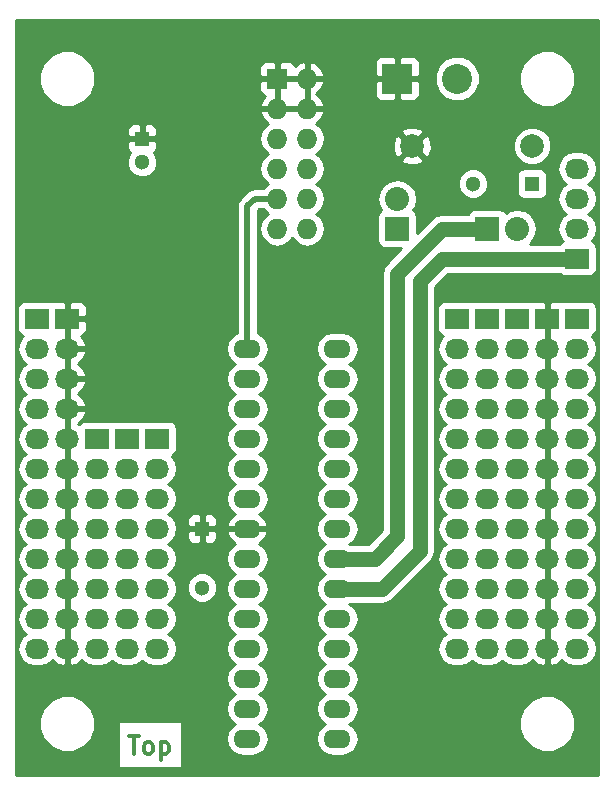
<source format=gbr>
G04 #@! TF.FileFunction,Copper,L1,Top,Signal*
%FSLAX46Y46*%
G04 Gerber Fmt 4.6, Leading zero omitted, Abs format (unit mm)*
G04 Created by KiCad (PCBNEW 4.0.2-stable) date 9/03/2016 9:38:59 PM*
%MOMM*%
G01*
G04 APERTURE LIST*
%ADD10C,0.100000*%
%ADD11C,0.300000*%
%ADD12R,1.300000X1.300000*%
%ADD13C,1.300000*%
%ADD14O,2.300000X1.600000*%
%ADD15R,2.540000X2.540000*%
%ADD16C,2.540000*%
%ADD17R,1.727200X1.727200*%
%ADD18O,1.727200X1.727200*%
%ADD19R,2.032000X2.032000*%
%ADD20O,2.032000X2.032000*%
%ADD21R,2.032000X1.727200*%
%ADD22O,2.032000X1.727200*%
%ADD23C,1.998980*%
%ADD24C,1.270000*%
%ADD25C,0.508000*%
%ADD26C,0.254000*%
G04 APERTURE END LIST*
D10*
D11*
X139819286Y-139513571D02*
X140676429Y-139513571D01*
X140247858Y-141013571D02*
X140247858Y-139513571D01*
X141390715Y-141013571D02*
X141247857Y-140942143D01*
X141176429Y-140870714D01*
X141105000Y-140727857D01*
X141105000Y-140299286D01*
X141176429Y-140156429D01*
X141247857Y-140085000D01*
X141390715Y-140013571D01*
X141605000Y-140013571D01*
X141747857Y-140085000D01*
X141819286Y-140156429D01*
X141890715Y-140299286D01*
X141890715Y-140727857D01*
X141819286Y-140870714D01*
X141747857Y-140942143D01*
X141605000Y-141013571D01*
X141390715Y-141013571D01*
X142533572Y-140013571D02*
X142533572Y-141513571D01*
X142533572Y-140085000D02*
X142676429Y-140013571D01*
X142962143Y-140013571D01*
X143105000Y-140085000D01*
X143176429Y-140156429D01*
X143247858Y-140299286D01*
X143247858Y-140727857D01*
X143176429Y-140870714D01*
X143105000Y-140942143D01*
X142962143Y-141013571D01*
X142676429Y-141013571D01*
X142533572Y-140942143D01*
D12*
X140970000Y-88900000D03*
D13*
X140970000Y-90900000D03*
D12*
X146050000Y-121920000D03*
D13*
X146050000Y-126920000D03*
D12*
X173990000Y-92710000D03*
D13*
X168990000Y-92710000D03*
D14*
X149860000Y-106680000D03*
X149860000Y-109220000D03*
X149860000Y-111760000D03*
X149860000Y-114300000D03*
X149860000Y-116840000D03*
X149860000Y-119380000D03*
X149860000Y-121920000D03*
X149860000Y-124460000D03*
X149860000Y-127000000D03*
X149860000Y-129540000D03*
X149860000Y-132080000D03*
X149860000Y-134620000D03*
X149860000Y-137160000D03*
X149860000Y-139700000D03*
X157480000Y-139700000D03*
X157480000Y-137160000D03*
X157480000Y-134620000D03*
X157480000Y-132080000D03*
X157480000Y-129540000D03*
X157480000Y-127000000D03*
X157480000Y-124460000D03*
X157480000Y-121920000D03*
X157480000Y-119380000D03*
X157480000Y-116840000D03*
X157480000Y-114300000D03*
X157480000Y-111760000D03*
X157480000Y-109220000D03*
X157480000Y-106680000D03*
D15*
X162560000Y-83820000D03*
D16*
X167640000Y-83820000D03*
D17*
X152400000Y-83820000D03*
D18*
X154940000Y-83820000D03*
X152400000Y-86360000D03*
X154940000Y-86360000D03*
X152400000Y-88900000D03*
X154940000Y-88900000D03*
X152400000Y-91440000D03*
X154940000Y-91440000D03*
X152400000Y-93980000D03*
X154940000Y-93980000D03*
X152400000Y-96520000D03*
X154940000Y-96520000D03*
D19*
X170180000Y-96520000D03*
D20*
X172720000Y-96520000D03*
D21*
X177800000Y-104140000D03*
D22*
X177800000Y-106680000D03*
X177800000Y-109220000D03*
X177800000Y-111760000D03*
X177800000Y-114300000D03*
X177800000Y-116840000D03*
X177800000Y-119380000D03*
X177800000Y-121920000D03*
X177800000Y-124460000D03*
X177800000Y-127000000D03*
X177800000Y-129540000D03*
X177800000Y-132080000D03*
D21*
X175260000Y-104140000D03*
D22*
X175260000Y-106680000D03*
X175260000Y-109220000D03*
X175260000Y-111760000D03*
X175260000Y-114300000D03*
X175260000Y-116840000D03*
X175260000Y-119380000D03*
X175260000Y-121920000D03*
X175260000Y-124460000D03*
X175260000Y-127000000D03*
X175260000Y-129540000D03*
X175260000Y-132080000D03*
D21*
X139700000Y-114300000D03*
D22*
X139700000Y-116840000D03*
X139700000Y-119380000D03*
X139700000Y-121920000D03*
X139700000Y-124460000D03*
X139700000Y-127000000D03*
X139700000Y-129540000D03*
X139700000Y-132080000D03*
D21*
X137160000Y-114300000D03*
D22*
X137160000Y-116840000D03*
X137160000Y-119380000D03*
X137160000Y-121920000D03*
X137160000Y-124460000D03*
X137160000Y-127000000D03*
X137160000Y-129540000D03*
X137160000Y-132080000D03*
D21*
X142240000Y-114300000D03*
D22*
X142240000Y-116840000D03*
X142240000Y-119380000D03*
X142240000Y-121920000D03*
X142240000Y-124460000D03*
X142240000Y-127000000D03*
X142240000Y-129540000D03*
X142240000Y-132080000D03*
D21*
X167640000Y-104140000D03*
D22*
X167640000Y-106680000D03*
X167640000Y-109220000D03*
X167640000Y-111760000D03*
X167640000Y-114300000D03*
X167640000Y-116840000D03*
X167640000Y-119380000D03*
X167640000Y-121920000D03*
X167640000Y-124460000D03*
X167640000Y-127000000D03*
X167640000Y-129540000D03*
X167640000Y-132080000D03*
D21*
X170180000Y-104140000D03*
D22*
X170180000Y-106680000D03*
X170180000Y-109220000D03*
X170180000Y-111760000D03*
X170180000Y-114300000D03*
X170180000Y-116840000D03*
X170180000Y-119380000D03*
X170180000Y-121920000D03*
X170180000Y-124460000D03*
X170180000Y-127000000D03*
X170180000Y-129540000D03*
X170180000Y-132080000D03*
D21*
X172720000Y-104140000D03*
D22*
X172720000Y-106680000D03*
X172720000Y-109220000D03*
X172720000Y-111760000D03*
X172720000Y-114300000D03*
X172720000Y-116840000D03*
X172720000Y-119380000D03*
X172720000Y-121920000D03*
X172720000Y-124460000D03*
X172720000Y-127000000D03*
X172720000Y-129540000D03*
X172720000Y-132080000D03*
D21*
X134620000Y-104140000D03*
D22*
X134620000Y-106680000D03*
X134620000Y-109220000D03*
X134620000Y-111760000D03*
X134620000Y-114300000D03*
X134620000Y-116840000D03*
X134620000Y-119380000D03*
X134620000Y-121920000D03*
X134620000Y-124460000D03*
X134620000Y-127000000D03*
X134620000Y-129540000D03*
X134620000Y-132080000D03*
D21*
X177800000Y-99060000D03*
D22*
X177800000Y-96520000D03*
X177800000Y-93980000D03*
X177800000Y-91440000D03*
D21*
X132080000Y-104140000D03*
D22*
X132080000Y-106680000D03*
X132080000Y-109220000D03*
X132080000Y-111760000D03*
X132080000Y-114300000D03*
X132080000Y-116840000D03*
X132080000Y-119380000D03*
X132080000Y-121920000D03*
X132080000Y-124460000D03*
X132080000Y-127000000D03*
X132080000Y-129540000D03*
X132080000Y-132080000D03*
D19*
X162560000Y-96520000D03*
D20*
X162560000Y-93980000D03*
D23*
X163830000Y-89535000D03*
X173990000Y-89535000D03*
D24*
X157480000Y-127000000D02*
X161290000Y-127000000D01*
X166370000Y-99060000D02*
X177800000Y-99060000D01*
X164465000Y-100965000D02*
X166370000Y-99060000D01*
X164465000Y-123825000D02*
X164465000Y-100965000D01*
X161290000Y-127000000D02*
X164465000Y-123825000D01*
D25*
X149860000Y-106680000D02*
X149860000Y-94615000D01*
X150495000Y-93980000D02*
X152400000Y-93980000D01*
X149860000Y-94615000D02*
X150495000Y-93980000D01*
D24*
X157480000Y-124460000D02*
X160655000Y-124460000D01*
X166370000Y-96520000D02*
X170180000Y-96520000D01*
X162560000Y-100330000D02*
X166370000Y-96520000D01*
X162560000Y-122555000D02*
X162560000Y-100330000D01*
X160655000Y-124460000D02*
X162560000Y-122555000D01*
D26*
G36*
X179578000Y-142748000D02*
X130302000Y-142748000D01*
X130302000Y-138902325D01*
X132234587Y-138902325D01*
X132596916Y-139779229D01*
X133267242Y-140450726D01*
X134143513Y-140814585D01*
X135092325Y-140815413D01*
X135969229Y-140453084D01*
X136640726Y-139782758D01*
X137004585Y-138906487D01*
X137005201Y-138200000D01*
X138891429Y-138200000D01*
X138891429Y-142170000D01*
X144318572Y-142170000D01*
X144318572Y-138200000D01*
X138891429Y-138200000D01*
X137005201Y-138200000D01*
X137005413Y-137957675D01*
X136643084Y-137080771D01*
X135972758Y-136409274D01*
X135096487Y-136045415D01*
X134147675Y-136044587D01*
X133270771Y-136406916D01*
X132599274Y-137077242D01*
X132235415Y-137953513D01*
X132234587Y-138902325D01*
X130302000Y-138902325D01*
X130302000Y-106680000D01*
X130396655Y-106680000D01*
X130510729Y-107253489D01*
X130835585Y-107739670D01*
X131150366Y-107950000D01*
X130835585Y-108160330D01*
X130510729Y-108646511D01*
X130396655Y-109220000D01*
X130510729Y-109793489D01*
X130835585Y-110279670D01*
X131150366Y-110490000D01*
X130835585Y-110700330D01*
X130510729Y-111186511D01*
X130396655Y-111760000D01*
X130510729Y-112333489D01*
X130835585Y-112819670D01*
X131150366Y-113030000D01*
X130835585Y-113240330D01*
X130510729Y-113726511D01*
X130396655Y-114300000D01*
X130510729Y-114873489D01*
X130835585Y-115359670D01*
X131150366Y-115570000D01*
X130835585Y-115780330D01*
X130510729Y-116266511D01*
X130396655Y-116840000D01*
X130510729Y-117413489D01*
X130835585Y-117899670D01*
X131150366Y-118110000D01*
X130835585Y-118320330D01*
X130510729Y-118806511D01*
X130396655Y-119380000D01*
X130510729Y-119953489D01*
X130835585Y-120439670D01*
X131150366Y-120650000D01*
X130835585Y-120860330D01*
X130510729Y-121346511D01*
X130396655Y-121920000D01*
X130510729Y-122493489D01*
X130835585Y-122979670D01*
X131150366Y-123190000D01*
X130835585Y-123400330D01*
X130510729Y-123886511D01*
X130396655Y-124460000D01*
X130510729Y-125033489D01*
X130835585Y-125519670D01*
X131150366Y-125730000D01*
X130835585Y-125940330D01*
X130510729Y-126426511D01*
X130396655Y-127000000D01*
X130510729Y-127573489D01*
X130835585Y-128059670D01*
X131150366Y-128270000D01*
X130835585Y-128480330D01*
X130510729Y-128966511D01*
X130396655Y-129540000D01*
X130510729Y-130113489D01*
X130835585Y-130599670D01*
X131150366Y-130810000D01*
X130835585Y-131020330D01*
X130510729Y-131506511D01*
X130396655Y-132080000D01*
X130510729Y-132653489D01*
X130835585Y-133139670D01*
X131321766Y-133464526D01*
X131895255Y-133578600D01*
X132264745Y-133578600D01*
X132838234Y-133464526D01*
X133324415Y-133139670D01*
X133369754Y-133071816D01*
X133705680Y-133371954D01*
X134258087Y-133565184D01*
X134493000Y-133420924D01*
X134493000Y-132207000D01*
X134473000Y-132207000D01*
X134473000Y-131953000D01*
X134493000Y-131953000D01*
X134493000Y-129667000D01*
X134473000Y-129667000D01*
X134473000Y-129413000D01*
X134493000Y-129413000D01*
X134493000Y-127127000D01*
X134473000Y-127127000D01*
X134473000Y-126873000D01*
X134493000Y-126873000D01*
X134493000Y-124587000D01*
X134473000Y-124587000D01*
X134473000Y-124333000D01*
X134493000Y-124333000D01*
X134493000Y-122047000D01*
X134473000Y-122047000D01*
X134473000Y-121793000D01*
X134493000Y-121793000D01*
X134493000Y-119507000D01*
X134473000Y-119507000D01*
X134473000Y-119253000D01*
X134493000Y-119253000D01*
X134493000Y-116967000D01*
X134473000Y-116967000D01*
X134473000Y-116713000D01*
X134493000Y-116713000D01*
X134493000Y-114427000D01*
X134473000Y-114427000D01*
X134473000Y-114173000D01*
X134493000Y-114173000D01*
X134493000Y-111887000D01*
X134747000Y-111887000D01*
X134747000Y-114173000D01*
X134767000Y-114173000D01*
X134767000Y-114427000D01*
X134747000Y-114427000D01*
X134747000Y-116713000D01*
X134767000Y-116713000D01*
X134767000Y-116967000D01*
X134747000Y-116967000D01*
X134747000Y-119253000D01*
X134767000Y-119253000D01*
X134767000Y-119507000D01*
X134747000Y-119507000D01*
X134747000Y-121793000D01*
X134767000Y-121793000D01*
X134767000Y-122047000D01*
X134747000Y-122047000D01*
X134747000Y-124333000D01*
X134767000Y-124333000D01*
X134767000Y-124587000D01*
X134747000Y-124587000D01*
X134747000Y-126873000D01*
X134767000Y-126873000D01*
X134767000Y-127127000D01*
X134747000Y-127127000D01*
X134747000Y-129413000D01*
X134767000Y-129413000D01*
X134767000Y-129667000D01*
X134747000Y-129667000D01*
X134747000Y-131953000D01*
X134767000Y-131953000D01*
X134767000Y-132207000D01*
X134747000Y-132207000D01*
X134747000Y-133420924D01*
X134981913Y-133565184D01*
X135534320Y-133371954D01*
X135870246Y-133071816D01*
X135915585Y-133139670D01*
X136401766Y-133464526D01*
X136975255Y-133578600D01*
X137344745Y-133578600D01*
X137918234Y-133464526D01*
X138404415Y-133139670D01*
X138430000Y-133101379D01*
X138455585Y-133139670D01*
X138941766Y-133464526D01*
X139515255Y-133578600D01*
X139884745Y-133578600D01*
X140458234Y-133464526D01*
X140944415Y-133139670D01*
X140970000Y-133101379D01*
X140995585Y-133139670D01*
X141481766Y-133464526D01*
X142055255Y-133578600D01*
X142424745Y-133578600D01*
X142998234Y-133464526D01*
X143484415Y-133139670D01*
X143809271Y-132653489D01*
X143923345Y-132080000D01*
X143809271Y-131506511D01*
X143484415Y-131020330D01*
X143169634Y-130810000D01*
X143484415Y-130599670D01*
X143809271Y-130113489D01*
X143923345Y-129540000D01*
X143809271Y-128966511D01*
X143484415Y-128480330D01*
X143169634Y-128270000D01*
X143484415Y-128059670D01*
X143809271Y-127573489D01*
X143888638Y-127174481D01*
X144764777Y-127174481D01*
X144959995Y-127646943D01*
X145321155Y-128008735D01*
X145793276Y-128204777D01*
X146304481Y-128205223D01*
X146776943Y-128010005D01*
X147138735Y-127648845D01*
X147334777Y-127176724D01*
X147335223Y-126665519D01*
X147140005Y-126193057D01*
X146778845Y-125831265D01*
X146306724Y-125635223D01*
X145795519Y-125634777D01*
X145323057Y-125829995D01*
X144961265Y-126191155D01*
X144765223Y-126663276D01*
X144764777Y-127174481D01*
X143888638Y-127174481D01*
X143923345Y-127000000D01*
X143809271Y-126426511D01*
X143484415Y-125940330D01*
X143169634Y-125730000D01*
X143484415Y-125519670D01*
X143809271Y-125033489D01*
X143923345Y-124460000D01*
X148040030Y-124460000D01*
X148149263Y-125009151D01*
X148460332Y-125474698D01*
X148842418Y-125730000D01*
X148460332Y-125985302D01*
X148149263Y-126450849D01*
X148040030Y-127000000D01*
X148149263Y-127549151D01*
X148460332Y-128014698D01*
X148842418Y-128270000D01*
X148460332Y-128525302D01*
X148149263Y-128990849D01*
X148040030Y-129540000D01*
X148149263Y-130089151D01*
X148460332Y-130554698D01*
X148842418Y-130810000D01*
X148460332Y-131065302D01*
X148149263Y-131530849D01*
X148040030Y-132080000D01*
X148149263Y-132629151D01*
X148460332Y-133094698D01*
X148842418Y-133350000D01*
X148460332Y-133605302D01*
X148149263Y-134070849D01*
X148040030Y-134620000D01*
X148149263Y-135169151D01*
X148460332Y-135634698D01*
X148842418Y-135890000D01*
X148460332Y-136145302D01*
X148149263Y-136610849D01*
X148040030Y-137160000D01*
X148149263Y-137709151D01*
X148460332Y-138174698D01*
X148842418Y-138430000D01*
X148460332Y-138685302D01*
X148149263Y-139150849D01*
X148040030Y-139700000D01*
X148149263Y-140249151D01*
X148460332Y-140714698D01*
X148925879Y-141025767D01*
X149475030Y-141135000D01*
X150244970Y-141135000D01*
X150794121Y-141025767D01*
X151259668Y-140714698D01*
X151570737Y-140249151D01*
X151679970Y-139700000D01*
X151570737Y-139150849D01*
X151259668Y-138685302D01*
X150877582Y-138430000D01*
X151259668Y-138174698D01*
X151570737Y-137709151D01*
X151679970Y-137160000D01*
X151570737Y-136610849D01*
X151259668Y-136145302D01*
X150877582Y-135890000D01*
X151259668Y-135634698D01*
X151570737Y-135169151D01*
X151679970Y-134620000D01*
X151570737Y-134070849D01*
X151259668Y-133605302D01*
X150877582Y-133350000D01*
X151259668Y-133094698D01*
X151570737Y-132629151D01*
X151679970Y-132080000D01*
X151570737Y-131530849D01*
X151259668Y-131065302D01*
X150877582Y-130810000D01*
X151259668Y-130554698D01*
X151570737Y-130089151D01*
X151679970Y-129540000D01*
X151570737Y-128990849D01*
X151259668Y-128525302D01*
X150877582Y-128270000D01*
X151259668Y-128014698D01*
X151570737Y-127549151D01*
X151679970Y-127000000D01*
X151570737Y-126450849D01*
X151259668Y-125985302D01*
X150877582Y-125730000D01*
X151259668Y-125474698D01*
X151570737Y-125009151D01*
X151679970Y-124460000D01*
X151570737Y-123910849D01*
X151259668Y-123445302D01*
X150881849Y-123192851D01*
X151314500Y-122844896D01*
X151584367Y-122351819D01*
X151601904Y-122269039D01*
X151479915Y-122047000D01*
X149987000Y-122047000D01*
X149987000Y-122067000D01*
X149733000Y-122067000D01*
X149733000Y-122047000D01*
X148240085Y-122047000D01*
X148118096Y-122269039D01*
X148135633Y-122351819D01*
X148405500Y-122844896D01*
X148838151Y-123192851D01*
X148460332Y-123445302D01*
X148149263Y-123910849D01*
X148040030Y-124460000D01*
X143923345Y-124460000D01*
X143809271Y-123886511D01*
X143484415Y-123400330D01*
X143169634Y-123190000D01*
X143484415Y-122979670D01*
X143809271Y-122493489D01*
X143866505Y-122205750D01*
X144765000Y-122205750D01*
X144765000Y-122696309D01*
X144861673Y-122929698D01*
X145040301Y-123108327D01*
X145273690Y-123205000D01*
X145764250Y-123205000D01*
X145923000Y-123046250D01*
X145923000Y-122047000D01*
X146177000Y-122047000D01*
X146177000Y-123046250D01*
X146335750Y-123205000D01*
X146826310Y-123205000D01*
X147059699Y-123108327D01*
X147238327Y-122929698D01*
X147335000Y-122696309D01*
X147335000Y-122205750D01*
X147176250Y-122047000D01*
X146177000Y-122047000D01*
X145923000Y-122047000D01*
X144923750Y-122047000D01*
X144765000Y-122205750D01*
X143866505Y-122205750D01*
X143923345Y-121920000D01*
X143809271Y-121346511D01*
X143673751Y-121143691D01*
X144765000Y-121143691D01*
X144765000Y-121634250D01*
X144923750Y-121793000D01*
X145923000Y-121793000D01*
X145923000Y-120793750D01*
X146177000Y-120793750D01*
X146177000Y-121793000D01*
X147176250Y-121793000D01*
X147335000Y-121634250D01*
X147335000Y-121143691D01*
X147238327Y-120910302D01*
X147059699Y-120731673D01*
X146826310Y-120635000D01*
X146335750Y-120635000D01*
X146177000Y-120793750D01*
X145923000Y-120793750D01*
X145764250Y-120635000D01*
X145273690Y-120635000D01*
X145040301Y-120731673D01*
X144861673Y-120910302D01*
X144765000Y-121143691D01*
X143673751Y-121143691D01*
X143484415Y-120860330D01*
X143169634Y-120650000D01*
X143484415Y-120439670D01*
X143809271Y-119953489D01*
X143923345Y-119380000D01*
X143809271Y-118806511D01*
X143484415Y-118320330D01*
X143169634Y-118110000D01*
X143484415Y-117899670D01*
X143809271Y-117413489D01*
X143923345Y-116840000D01*
X143809271Y-116266511D01*
X143484415Y-115780330D01*
X143470087Y-115770757D01*
X143491317Y-115766762D01*
X143707441Y-115627690D01*
X143852431Y-115415490D01*
X143903440Y-115163600D01*
X143903440Y-113436400D01*
X143859162Y-113201083D01*
X143720090Y-112984959D01*
X143507890Y-112839969D01*
X143256000Y-112788960D01*
X141224000Y-112788960D01*
X140988683Y-112833238D01*
X140972901Y-112843393D01*
X140967890Y-112839969D01*
X140716000Y-112788960D01*
X138684000Y-112788960D01*
X138448683Y-112833238D01*
X138432901Y-112843393D01*
X138427890Y-112839969D01*
X138176000Y-112788960D01*
X136144000Y-112788960D01*
X135908683Y-112833238D01*
X135692559Y-112972310D01*
X135617414Y-113082288D01*
X135558892Y-113030000D01*
X135970732Y-112662036D01*
X136224709Y-112134791D01*
X136227358Y-112119026D01*
X136106217Y-111887000D01*
X134747000Y-111887000D01*
X134493000Y-111887000D01*
X134473000Y-111887000D01*
X134473000Y-111633000D01*
X134493000Y-111633000D01*
X134493000Y-109347000D01*
X134747000Y-109347000D01*
X134747000Y-111633000D01*
X136106217Y-111633000D01*
X136227358Y-111400974D01*
X136224709Y-111385209D01*
X135970732Y-110857964D01*
X135558892Y-110490000D01*
X135970732Y-110122036D01*
X136224709Y-109594791D01*
X136227358Y-109579026D01*
X136106217Y-109347000D01*
X134747000Y-109347000D01*
X134493000Y-109347000D01*
X134473000Y-109347000D01*
X134473000Y-109093000D01*
X134493000Y-109093000D01*
X134493000Y-106807000D01*
X134747000Y-106807000D01*
X134747000Y-109093000D01*
X136106217Y-109093000D01*
X136227358Y-108860974D01*
X136224709Y-108845209D01*
X135970732Y-108317964D01*
X135558892Y-107950000D01*
X135970732Y-107582036D01*
X136224709Y-107054791D01*
X136227358Y-107039026D01*
X136106217Y-106807000D01*
X134747000Y-106807000D01*
X134493000Y-106807000D01*
X134473000Y-106807000D01*
X134473000Y-106680000D01*
X148040030Y-106680000D01*
X148149263Y-107229151D01*
X148460332Y-107694698D01*
X148842418Y-107950000D01*
X148460332Y-108205302D01*
X148149263Y-108670849D01*
X148040030Y-109220000D01*
X148149263Y-109769151D01*
X148460332Y-110234698D01*
X148842418Y-110490000D01*
X148460332Y-110745302D01*
X148149263Y-111210849D01*
X148040030Y-111760000D01*
X148149263Y-112309151D01*
X148460332Y-112774698D01*
X148842418Y-113030000D01*
X148460332Y-113285302D01*
X148149263Y-113750849D01*
X148040030Y-114300000D01*
X148149263Y-114849151D01*
X148460332Y-115314698D01*
X148842418Y-115570000D01*
X148460332Y-115825302D01*
X148149263Y-116290849D01*
X148040030Y-116840000D01*
X148149263Y-117389151D01*
X148460332Y-117854698D01*
X148842418Y-118110000D01*
X148460332Y-118365302D01*
X148149263Y-118830849D01*
X148040030Y-119380000D01*
X148149263Y-119929151D01*
X148460332Y-120394698D01*
X148838151Y-120647149D01*
X148405500Y-120995104D01*
X148135633Y-121488181D01*
X148118096Y-121570961D01*
X148240085Y-121793000D01*
X149733000Y-121793000D01*
X149733000Y-121773000D01*
X149987000Y-121773000D01*
X149987000Y-121793000D01*
X151479915Y-121793000D01*
X151601904Y-121570961D01*
X151584367Y-121488181D01*
X151314500Y-120995104D01*
X150881849Y-120647149D01*
X151259668Y-120394698D01*
X151570737Y-119929151D01*
X151679970Y-119380000D01*
X151570737Y-118830849D01*
X151259668Y-118365302D01*
X150877582Y-118110000D01*
X151259668Y-117854698D01*
X151570737Y-117389151D01*
X151679970Y-116840000D01*
X151570737Y-116290849D01*
X151259668Y-115825302D01*
X150877582Y-115570000D01*
X151259668Y-115314698D01*
X151570737Y-114849151D01*
X151679970Y-114300000D01*
X151570737Y-113750849D01*
X151259668Y-113285302D01*
X150877582Y-113030000D01*
X151259668Y-112774698D01*
X151570737Y-112309151D01*
X151679970Y-111760000D01*
X151570737Y-111210849D01*
X151259668Y-110745302D01*
X150877582Y-110490000D01*
X151259668Y-110234698D01*
X151570737Y-109769151D01*
X151679970Y-109220000D01*
X151570737Y-108670849D01*
X151259668Y-108205302D01*
X150877582Y-107950000D01*
X151259668Y-107694698D01*
X151570737Y-107229151D01*
X151679970Y-106680000D01*
X155660030Y-106680000D01*
X155769263Y-107229151D01*
X156080332Y-107694698D01*
X156462418Y-107950000D01*
X156080332Y-108205302D01*
X155769263Y-108670849D01*
X155660030Y-109220000D01*
X155769263Y-109769151D01*
X156080332Y-110234698D01*
X156462418Y-110490000D01*
X156080332Y-110745302D01*
X155769263Y-111210849D01*
X155660030Y-111760000D01*
X155769263Y-112309151D01*
X156080332Y-112774698D01*
X156462418Y-113030000D01*
X156080332Y-113285302D01*
X155769263Y-113750849D01*
X155660030Y-114300000D01*
X155769263Y-114849151D01*
X156080332Y-115314698D01*
X156462418Y-115570000D01*
X156080332Y-115825302D01*
X155769263Y-116290849D01*
X155660030Y-116840000D01*
X155769263Y-117389151D01*
X156080332Y-117854698D01*
X156462418Y-118110000D01*
X156080332Y-118365302D01*
X155769263Y-118830849D01*
X155660030Y-119380000D01*
X155769263Y-119929151D01*
X156080332Y-120394698D01*
X156462418Y-120650000D01*
X156080332Y-120905302D01*
X155769263Y-121370849D01*
X155660030Y-121920000D01*
X155769263Y-122469151D01*
X156080332Y-122934698D01*
X156462418Y-123190000D01*
X156080332Y-123445302D01*
X155769263Y-123910849D01*
X155660030Y-124460000D01*
X155769263Y-125009151D01*
X156080332Y-125474698D01*
X156462418Y-125730000D01*
X156080332Y-125985302D01*
X155769263Y-126450849D01*
X155660030Y-127000000D01*
X155769263Y-127549151D01*
X156080332Y-128014698D01*
X156462418Y-128270000D01*
X156080332Y-128525302D01*
X155769263Y-128990849D01*
X155660030Y-129540000D01*
X155769263Y-130089151D01*
X156080332Y-130554698D01*
X156462418Y-130810000D01*
X156080332Y-131065302D01*
X155769263Y-131530849D01*
X155660030Y-132080000D01*
X155769263Y-132629151D01*
X156080332Y-133094698D01*
X156462418Y-133350000D01*
X156080332Y-133605302D01*
X155769263Y-134070849D01*
X155660030Y-134620000D01*
X155769263Y-135169151D01*
X156080332Y-135634698D01*
X156462418Y-135890000D01*
X156080332Y-136145302D01*
X155769263Y-136610849D01*
X155660030Y-137160000D01*
X155769263Y-137709151D01*
X156080332Y-138174698D01*
X156462418Y-138430000D01*
X156080332Y-138685302D01*
X155769263Y-139150849D01*
X155660030Y-139700000D01*
X155769263Y-140249151D01*
X156080332Y-140714698D01*
X156545879Y-141025767D01*
X157095030Y-141135000D01*
X157864970Y-141135000D01*
X158414121Y-141025767D01*
X158879668Y-140714698D01*
X159190737Y-140249151D01*
X159299970Y-139700000D01*
X159190737Y-139150849D01*
X159024679Y-138902325D01*
X172874587Y-138902325D01*
X173236916Y-139779229D01*
X173907242Y-140450726D01*
X174783513Y-140814585D01*
X175732325Y-140815413D01*
X176609229Y-140453084D01*
X177280726Y-139782758D01*
X177644585Y-138906487D01*
X177645413Y-137957675D01*
X177283084Y-137080771D01*
X176612758Y-136409274D01*
X175736487Y-136045415D01*
X174787675Y-136044587D01*
X173910771Y-136406916D01*
X173239274Y-137077242D01*
X172875415Y-137953513D01*
X172874587Y-138902325D01*
X159024679Y-138902325D01*
X158879668Y-138685302D01*
X158497582Y-138430000D01*
X158879668Y-138174698D01*
X159190737Y-137709151D01*
X159299970Y-137160000D01*
X159190737Y-136610849D01*
X158879668Y-136145302D01*
X158497582Y-135890000D01*
X158879668Y-135634698D01*
X159190737Y-135169151D01*
X159299970Y-134620000D01*
X159190737Y-134070849D01*
X158879668Y-133605302D01*
X158497582Y-133350000D01*
X158879668Y-133094698D01*
X159190737Y-132629151D01*
X159299970Y-132080000D01*
X159190737Y-131530849D01*
X158879668Y-131065302D01*
X158497582Y-130810000D01*
X158879668Y-130554698D01*
X159190737Y-130089151D01*
X159299970Y-129540000D01*
X159190737Y-128990849D01*
X158879668Y-128525302D01*
X158497582Y-128270000D01*
X161289995Y-128270000D01*
X161290000Y-128270001D01*
X161776008Y-128173327D01*
X162188026Y-127898026D01*
X165363026Y-124723026D01*
X165638327Y-124311008D01*
X165735001Y-123825000D01*
X165735000Y-123824995D01*
X165735000Y-106680000D01*
X165956655Y-106680000D01*
X166070729Y-107253489D01*
X166395585Y-107739670D01*
X166710366Y-107950000D01*
X166395585Y-108160330D01*
X166070729Y-108646511D01*
X165956655Y-109220000D01*
X166070729Y-109793489D01*
X166395585Y-110279670D01*
X166710366Y-110490000D01*
X166395585Y-110700330D01*
X166070729Y-111186511D01*
X165956655Y-111760000D01*
X166070729Y-112333489D01*
X166395585Y-112819670D01*
X166710366Y-113030000D01*
X166395585Y-113240330D01*
X166070729Y-113726511D01*
X165956655Y-114300000D01*
X166070729Y-114873489D01*
X166395585Y-115359670D01*
X166710366Y-115570000D01*
X166395585Y-115780330D01*
X166070729Y-116266511D01*
X165956655Y-116840000D01*
X166070729Y-117413489D01*
X166395585Y-117899670D01*
X166710366Y-118110000D01*
X166395585Y-118320330D01*
X166070729Y-118806511D01*
X165956655Y-119380000D01*
X166070729Y-119953489D01*
X166395585Y-120439670D01*
X166710366Y-120650000D01*
X166395585Y-120860330D01*
X166070729Y-121346511D01*
X165956655Y-121920000D01*
X166070729Y-122493489D01*
X166395585Y-122979670D01*
X166710366Y-123190000D01*
X166395585Y-123400330D01*
X166070729Y-123886511D01*
X165956655Y-124460000D01*
X166070729Y-125033489D01*
X166395585Y-125519670D01*
X166710366Y-125730000D01*
X166395585Y-125940330D01*
X166070729Y-126426511D01*
X165956655Y-127000000D01*
X166070729Y-127573489D01*
X166395585Y-128059670D01*
X166710366Y-128270000D01*
X166395585Y-128480330D01*
X166070729Y-128966511D01*
X165956655Y-129540000D01*
X166070729Y-130113489D01*
X166395585Y-130599670D01*
X166710366Y-130810000D01*
X166395585Y-131020330D01*
X166070729Y-131506511D01*
X165956655Y-132080000D01*
X166070729Y-132653489D01*
X166395585Y-133139670D01*
X166881766Y-133464526D01*
X167455255Y-133578600D01*
X167824745Y-133578600D01*
X168398234Y-133464526D01*
X168884415Y-133139670D01*
X168910000Y-133101379D01*
X168935585Y-133139670D01*
X169421766Y-133464526D01*
X169995255Y-133578600D01*
X170364745Y-133578600D01*
X170938234Y-133464526D01*
X171424415Y-133139670D01*
X171450000Y-133101379D01*
X171475585Y-133139670D01*
X171961766Y-133464526D01*
X172535255Y-133578600D01*
X172904745Y-133578600D01*
X173478234Y-133464526D01*
X173964415Y-133139670D01*
X174009754Y-133071816D01*
X174345680Y-133371954D01*
X174898087Y-133565184D01*
X175133000Y-133420924D01*
X175133000Y-132207000D01*
X175113000Y-132207000D01*
X175113000Y-131953000D01*
X175133000Y-131953000D01*
X175133000Y-129667000D01*
X175113000Y-129667000D01*
X175113000Y-129413000D01*
X175133000Y-129413000D01*
X175133000Y-127127000D01*
X175113000Y-127127000D01*
X175113000Y-126873000D01*
X175133000Y-126873000D01*
X175133000Y-124587000D01*
X175113000Y-124587000D01*
X175113000Y-124333000D01*
X175133000Y-124333000D01*
X175133000Y-122047000D01*
X175113000Y-122047000D01*
X175113000Y-121793000D01*
X175133000Y-121793000D01*
X175133000Y-119507000D01*
X175113000Y-119507000D01*
X175113000Y-119253000D01*
X175133000Y-119253000D01*
X175133000Y-116967000D01*
X175113000Y-116967000D01*
X175113000Y-116713000D01*
X175133000Y-116713000D01*
X175133000Y-114427000D01*
X175113000Y-114427000D01*
X175113000Y-114173000D01*
X175133000Y-114173000D01*
X175133000Y-111887000D01*
X175113000Y-111887000D01*
X175113000Y-111633000D01*
X175133000Y-111633000D01*
X175133000Y-109347000D01*
X175113000Y-109347000D01*
X175113000Y-109093000D01*
X175133000Y-109093000D01*
X175133000Y-106807000D01*
X175113000Y-106807000D01*
X175113000Y-106553000D01*
X175133000Y-106553000D01*
X175133000Y-104267000D01*
X175113000Y-104267000D01*
X175113000Y-104013000D01*
X175133000Y-104013000D01*
X175133000Y-102800150D01*
X175387000Y-102800150D01*
X175387000Y-104013000D01*
X175407000Y-104013000D01*
X175407000Y-104267000D01*
X175387000Y-104267000D01*
X175387000Y-106553000D01*
X175407000Y-106553000D01*
X175407000Y-106807000D01*
X175387000Y-106807000D01*
X175387000Y-109093000D01*
X175407000Y-109093000D01*
X175407000Y-109347000D01*
X175387000Y-109347000D01*
X175387000Y-111633000D01*
X175407000Y-111633000D01*
X175407000Y-111887000D01*
X175387000Y-111887000D01*
X175387000Y-114173000D01*
X175407000Y-114173000D01*
X175407000Y-114427000D01*
X175387000Y-114427000D01*
X175387000Y-116713000D01*
X175407000Y-116713000D01*
X175407000Y-116967000D01*
X175387000Y-116967000D01*
X175387000Y-119253000D01*
X175407000Y-119253000D01*
X175407000Y-119507000D01*
X175387000Y-119507000D01*
X175387000Y-121793000D01*
X175407000Y-121793000D01*
X175407000Y-122047000D01*
X175387000Y-122047000D01*
X175387000Y-124333000D01*
X175407000Y-124333000D01*
X175407000Y-124587000D01*
X175387000Y-124587000D01*
X175387000Y-126873000D01*
X175407000Y-126873000D01*
X175407000Y-127127000D01*
X175387000Y-127127000D01*
X175387000Y-129413000D01*
X175407000Y-129413000D01*
X175407000Y-129667000D01*
X175387000Y-129667000D01*
X175387000Y-131953000D01*
X175407000Y-131953000D01*
X175407000Y-132207000D01*
X175387000Y-132207000D01*
X175387000Y-133420924D01*
X175621913Y-133565184D01*
X176174320Y-133371954D01*
X176510246Y-133071816D01*
X176555585Y-133139670D01*
X177041766Y-133464526D01*
X177615255Y-133578600D01*
X177984745Y-133578600D01*
X178558234Y-133464526D01*
X179044415Y-133139670D01*
X179369271Y-132653489D01*
X179483345Y-132080000D01*
X179369271Y-131506511D01*
X179044415Y-131020330D01*
X178729634Y-130810000D01*
X179044415Y-130599670D01*
X179369271Y-130113489D01*
X179483345Y-129540000D01*
X179369271Y-128966511D01*
X179044415Y-128480330D01*
X178729634Y-128270000D01*
X179044415Y-128059670D01*
X179369271Y-127573489D01*
X179483345Y-127000000D01*
X179369271Y-126426511D01*
X179044415Y-125940330D01*
X178729634Y-125730000D01*
X179044415Y-125519670D01*
X179369271Y-125033489D01*
X179483345Y-124460000D01*
X179369271Y-123886511D01*
X179044415Y-123400330D01*
X178729634Y-123190000D01*
X179044415Y-122979670D01*
X179369271Y-122493489D01*
X179483345Y-121920000D01*
X179369271Y-121346511D01*
X179044415Y-120860330D01*
X178729634Y-120650000D01*
X179044415Y-120439670D01*
X179369271Y-119953489D01*
X179483345Y-119380000D01*
X179369271Y-118806511D01*
X179044415Y-118320330D01*
X178729634Y-118110000D01*
X179044415Y-117899670D01*
X179369271Y-117413489D01*
X179483345Y-116840000D01*
X179369271Y-116266511D01*
X179044415Y-115780330D01*
X178729634Y-115570000D01*
X179044415Y-115359670D01*
X179369271Y-114873489D01*
X179483345Y-114300000D01*
X179369271Y-113726511D01*
X179044415Y-113240330D01*
X178729634Y-113030000D01*
X179044415Y-112819670D01*
X179369271Y-112333489D01*
X179483345Y-111760000D01*
X179369271Y-111186511D01*
X179044415Y-110700330D01*
X178729634Y-110490000D01*
X179044415Y-110279670D01*
X179369271Y-109793489D01*
X179483345Y-109220000D01*
X179369271Y-108646511D01*
X179044415Y-108160330D01*
X178729634Y-107950000D01*
X179044415Y-107739670D01*
X179369271Y-107253489D01*
X179483345Y-106680000D01*
X179369271Y-106106511D01*
X179044415Y-105620330D01*
X179030087Y-105610757D01*
X179051317Y-105606762D01*
X179267441Y-105467690D01*
X179412431Y-105255490D01*
X179463440Y-105003600D01*
X179463440Y-103276400D01*
X179419162Y-103041083D01*
X179280090Y-102824959D01*
X179067890Y-102679969D01*
X178816000Y-102628960D01*
X176784000Y-102628960D01*
X176548683Y-102673238D01*
X176521461Y-102690755D01*
X176402309Y-102641400D01*
X175545750Y-102641400D01*
X175387000Y-102800150D01*
X175133000Y-102800150D01*
X174974250Y-102641400D01*
X174117691Y-102641400D01*
X174001737Y-102689430D01*
X173987890Y-102679969D01*
X173736000Y-102628960D01*
X171704000Y-102628960D01*
X171468683Y-102673238D01*
X171452901Y-102683393D01*
X171447890Y-102679969D01*
X171196000Y-102628960D01*
X169164000Y-102628960D01*
X168928683Y-102673238D01*
X168912901Y-102683393D01*
X168907890Y-102679969D01*
X168656000Y-102628960D01*
X166624000Y-102628960D01*
X166388683Y-102673238D01*
X166172559Y-102812310D01*
X166027569Y-103024510D01*
X165976560Y-103276400D01*
X165976560Y-105003600D01*
X166020838Y-105238917D01*
X166159910Y-105455041D01*
X166372110Y-105600031D01*
X166413439Y-105608400D01*
X166395585Y-105620330D01*
X166070729Y-106106511D01*
X165956655Y-106680000D01*
X165735000Y-106680000D01*
X165735000Y-101491052D01*
X166896051Y-100330000D01*
X176290927Y-100330000D01*
X176319910Y-100375041D01*
X176532110Y-100520031D01*
X176784000Y-100571040D01*
X178816000Y-100571040D01*
X179051317Y-100526762D01*
X179267441Y-100387690D01*
X179412431Y-100175490D01*
X179463440Y-99923600D01*
X179463440Y-98196400D01*
X179419162Y-97961083D01*
X179280090Y-97744959D01*
X179067890Y-97599969D01*
X179026561Y-97591600D01*
X179044415Y-97579670D01*
X179369271Y-97093489D01*
X179483345Y-96520000D01*
X179369271Y-95946511D01*
X179044415Y-95460330D01*
X178729634Y-95250000D01*
X179044415Y-95039670D01*
X179369271Y-94553489D01*
X179483345Y-93980000D01*
X179369271Y-93406511D01*
X179044415Y-92920330D01*
X178729634Y-92710000D01*
X179044415Y-92499670D01*
X179369271Y-92013489D01*
X179483345Y-91440000D01*
X179369271Y-90866511D01*
X179044415Y-90380330D01*
X178558234Y-90055474D01*
X177984745Y-89941400D01*
X177615255Y-89941400D01*
X177041766Y-90055474D01*
X176555585Y-90380330D01*
X176230729Y-90866511D01*
X176116655Y-91440000D01*
X176230729Y-92013489D01*
X176555585Y-92499670D01*
X176870366Y-92710000D01*
X176555585Y-92920330D01*
X176230729Y-93406511D01*
X176116655Y-93980000D01*
X176230729Y-94553489D01*
X176555585Y-95039670D01*
X176870366Y-95250000D01*
X176555585Y-95460330D01*
X176230729Y-95946511D01*
X176116655Y-96520000D01*
X176230729Y-97093489D01*
X176555585Y-97579670D01*
X176569913Y-97589243D01*
X176548683Y-97593238D01*
X176332559Y-97732310D01*
X176293141Y-97790000D01*
X173782338Y-97790000D01*
X173887433Y-97719778D01*
X174245325Y-97184155D01*
X174371000Y-96552345D01*
X174371000Y-96487655D01*
X174245325Y-95855845D01*
X173887433Y-95320222D01*
X173351810Y-94962330D01*
X172720000Y-94836655D01*
X172088190Y-94962330D01*
X171748208Y-95189499D01*
X171660090Y-95052559D01*
X171447890Y-94907569D01*
X171196000Y-94856560D01*
X169164000Y-94856560D01*
X168928683Y-94900838D01*
X168712559Y-95039910D01*
X168569011Y-95250000D01*
X166370005Y-95250000D01*
X166370000Y-95249999D01*
X165883992Y-95346673D01*
X165471974Y-95621974D01*
X165471972Y-95621977D01*
X164223440Y-96870509D01*
X164223440Y-95504000D01*
X164179162Y-95268683D01*
X164040090Y-95052559D01*
X163891163Y-94950802D01*
X164117670Y-94611810D01*
X164243345Y-93980000D01*
X164117670Y-93348190D01*
X163861284Y-92964481D01*
X167704777Y-92964481D01*
X167899995Y-93436943D01*
X168261155Y-93798735D01*
X168733276Y-93994777D01*
X169244481Y-93995223D01*
X169716943Y-93800005D01*
X170078735Y-93438845D01*
X170274777Y-92966724D01*
X170275223Y-92455519D01*
X170111798Y-92060000D01*
X172692560Y-92060000D01*
X172692560Y-93360000D01*
X172736838Y-93595317D01*
X172875910Y-93811441D01*
X173088110Y-93956431D01*
X173340000Y-94007440D01*
X174640000Y-94007440D01*
X174875317Y-93963162D01*
X175091441Y-93824090D01*
X175236431Y-93611890D01*
X175287440Y-93360000D01*
X175287440Y-92060000D01*
X175243162Y-91824683D01*
X175104090Y-91608559D01*
X174891890Y-91463569D01*
X174640000Y-91412560D01*
X173340000Y-91412560D01*
X173104683Y-91456838D01*
X172888559Y-91595910D01*
X172743569Y-91808110D01*
X172692560Y-92060000D01*
X170111798Y-92060000D01*
X170080005Y-91983057D01*
X169718845Y-91621265D01*
X169246724Y-91425223D01*
X168735519Y-91424777D01*
X168263057Y-91619995D01*
X167901265Y-91981155D01*
X167705223Y-92453276D01*
X167704777Y-92964481D01*
X163861284Y-92964481D01*
X163759778Y-92812567D01*
X163224155Y-92454675D01*
X162592345Y-92329000D01*
X162527655Y-92329000D01*
X161895845Y-92454675D01*
X161360222Y-92812567D01*
X161002330Y-93348190D01*
X160876655Y-93980000D01*
X161002330Y-94611810D01*
X161229499Y-94951792D01*
X161092559Y-95039910D01*
X160947569Y-95252110D01*
X160896560Y-95504000D01*
X160896560Y-97536000D01*
X160940838Y-97771317D01*
X161079910Y-97987441D01*
X161292110Y-98132431D01*
X161544000Y-98183440D01*
X162910508Y-98183440D01*
X161661974Y-99431974D01*
X161386673Y-99843992D01*
X161289999Y-100330000D01*
X161290000Y-100330005D01*
X161290000Y-122028949D01*
X160128948Y-123190000D01*
X158497582Y-123190000D01*
X158879668Y-122934698D01*
X159190737Y-122469151D01*
X159299970Y-121920000D01*
X159190737Y-121370849D01*
X158879668Y-120905302D01*
X158497582Y-120650000D01*
X158879668Y-120394698D01*
X159190737Y-119929151D01*
X159299970Y-119380000D01*
X159190737Y-118830849D01*
X158879668Y-118365302D01*
X158497582Y-118110000D01*
X158879668Y-117854698D01*
X159190737Y-117389151D01*
X159299970Y-116840000D01*
X159190737Y-116290849D01*
X158879668Y-115825302D01*
X158497582Y-115570000D01*
X158879668Y-115314698D01*
X159190737Y-114849151D01*
X159299970Y-114300000D01*
X159190737Y-113750849D01*
X158879668Y-113285302D01*
X158497582Y-113030000D01*
X158879668Y-112774698D01*
X159190737Y-112309151D01*
X159299970Y-111760000D01*
X159190737Y-111210849D01*
X158879668Y-110745302D01*
X158497582Y-110490000D01*
X158879668Y-110234698D01*
X159190737Y-109769151D01*
X159299970Y-109220000D01*
X159190737Y-108670849D01*
X158879668Y-108205302D01*
X158497582Y-107950000D01*
X158879668Y-107694698D01*
X159190737Y-107229151D01*
X159299970Y-106680000D01*
X159190737Y-106130849D01*
X158879668Y-105665302D01*
X158414121Y-105354233D01*
X157864970Y-105245000D01*
X157095030Y-105245000D01*
X156545879Y-105354233D01*
X156080332Y-105665302D01*
X155769263Y-106130849D01*
X155660030Y-106680000D01*
X151679970Y-106680000D01*
X151570737Y-106130849D01*
X151259668Y-105665302D01*
X150794121Y-105354233D01*
X150749000Y-105345258D01*
X150749000Y-94983236D01*
X150863236Y-94869000D01*
X151206675Y-94869000D01*
X151340330Y-95069029D01*
X151611172Y-95250000D01*
X151340330Y-95430971D01*
X151015474Y-95917152D01*
X150901400Y-96490641D01*
X150901400Y-96549359D01*
X151015474Y-97122848D01*
X151340330Y-97609029D01*
X151826511Y-97933885D01*
X152400000Y-98047959D01*
X152973489Y-97933885D01*
X153459670Y-97609029D01*
X153670000Y-97294248D01*
X153880330Y-97609029D01*
X154366511Y-97933885D01*
X154940000Y-98047959D01*
X155513489Y-97933885D01*
X155999670Y-97609029D01*
X156324526Y-97122848D01*
X156438600Y-96549359D01*
X156438600Y-96490641D01*
X156324526Y-95917152D01*
X155999670Y-95430971D01*
X155728828Y-95250000D01*
X155999670Y-95069029D01*
X156324526Y-94582848D01*
X156438600Y-94009359D01*
X156438600Y-93950641D01*
X156324526Y-93377152D01*
X155999670Y-92890971D01*
X155728828Y-92710000D01*
X155999670Y-92529029D01*
X156324526Y-92042848D01*
X156438600Y-91469359D01*
X156438600Y-91410641D01*
X156324526Y-90837152D01*
X156224307Y-90687163D01*
X162857443Y-90687163D01*
X162956042Y-90953965D01*
X163565582Y-91180401D01*
X164215377Y-91156341D01*
X164703958Y-90953965D01*
X164802557Y-90687163D01*
X163830000Y-89714605D01*
X162857443Y-90687163D01*
X156224307Y-90687163D01*
X155999670Y-90350971D01*
X155728828Y-90170000D01*
X155999670Y-89989029D01*
X156324526Y-89502848D01*
X156370726Y-89270582D01*
X162184599Y-89270582D01*
X162208659Y-89920377D01*
X162411035Y-90408958D01*
X162677837Y-90507557D01*
X163650395Y-89535000D01*
X164009605Y-89535000D01*
X164982163Y-90507557D01*
X165248965Y-90408958D01*
X165453380Y-89858694D01*
X172355226Y-89858694D01*
X172603538Y-90459655D01*
X173062927Y-90919846D01*
X173663453Y-91169206D01*
X174313694Y-91169774D01*
X174914655Y-90921462D01*
X175374846Y-90462073D01*
X175624206Y-89861547D01*
X175624774Y-89211306D01*
X175376462Y-88610345D01*
X174917073Y-88150154D01*
X174316547Y-87900794D01*
X173666306Y-87900226D01*
X173065345Y-88148538D01*
X172605154Y-88607927D01*
X172355794Y-89208453D01*
X172355226Y-89858694D01*
X165453380Y-89858694D01*
X165475401Y-89799418D01*
X165451341Y-89149623D01*
X165248965Y-88661042D01*
X164982163Y-88562443D01*
X164009605Y-89535000D01*
X163650395Y-89535000D01*
X162677837Y-88562443D01*
X162411035Y-88661042D01*
X162184599Y-89270582D01*
X156370726Y-89270582D01*
X156438600Y-88929359D01*
X156438600Y-88870641D01*
X156341570Y-88382837D01*
X162857443Y-88382837D01*
X163830000Y-89355395D01*
X164802557Y-88382837D01*
X164703958Y-88116035D01*
X164094418Y-87889599D01*
X163444623Y-87913659D01*
X162956042Y-88116035D01*
X162857443Y-88382837D01*
X156341570Y-88382837D01*
X156324526Y-88297152D01*
X155999670Y-87810971D01*
X155728839Y-87630008D01*
X156146821Y-87248490D01*
X156394968Y-86719027D01*
X156274469Y-86487000D01*
X155067000Y-86487000D01*
X155067000Y-86507000D01*
X154813000Y-86507000D01*
X154813000Y-86487000D01*
X152527000Y-86487000D01*
X152527000Y-86507000D01*
X152273000Y-86507000D01*
X152273000Y-86487000D01*
X151065531Y-86487000D01*
X150945032Y-86719027D01*
X151193179Y-87248490D01*
X151611161Y-87630008D01*
X151340330Y-87810971D01*
X151015474Y-88297152D01*
X150901400Y-88870641D01*
X150901400Y-88929359D01*
X151015474Y-89502848D01*
X151340330Y-89989029D01*
X151611172Y-90170000D01*
X151340330Y-90350971D01*
X151015474Y-90837152D01*
X150901400Y-91410641D01*
X150901400Y-91469359D01*
X151015474Y-92042848D01*
X151340330Y-92529029D01*
X151611172Y-92710000D01*
X151340330Y-92890971D01*
X151206675Y-93091000D01*
X150495000Y-93091000D01*
X150154795Y-93158670D01*
X149866382Y-93351382D01*
X149231382Y-93986382D01*
X149038671Y-94274794D01*
X148971000Y-94615000D01*
X148971000Y-105345258D01*
X148925879Y-105354233D01*
X148460332Y-105665302D01*
X148149263Y-106130849D01*
X148040030Y-106680000D01*
X134473000Y-106680000D01*
X134473000Y-106553000D01*
X134493000Y-106553000D01*
X134493000Y-104267000D01*
X134747000Y-104267000D01*
X134747000Y-106553000D01*
X136106217Y-106553000D01*
X136227358Y-106320974D01*
X136224709Y-106305209D01*
X135970732Y-105777964D01*
X135798139Y-105623759D01*
X135995698Y-105541927D01*
X136174327Y-105363299D01*
X136271000Y-105129910D01*
X136271000Y-104425750D01*
X136112250Y-104267000D01*
X134747000Y-104267000D01*
X134493000Y-104267000D01*
X134473000Y-104267000D01*
X134473000Y-104013000D01*
X134493000Y-104013000D01*
X134493000Y-102800150D01*
X134747000Y-102800150D01*
X134747000Y-104013000D01*
X136112250Y-104013000D01*
X136271000Y-103854250D01*
X136271000Y-103150090D01*
X136174327Y-102916701D01*
X135995698Y-102738073D01*
X135762309Y-102641400D01*
X134905750Y-102641400D01*
X134747000Y-102800150D01*
X134493000Y-102800150D01*
X134334250Y-102641400D01*
X133477691Y-102641400D01*
X133361737Y-102689430D01*
X133347890Y-102679969D01*
X133096000Y-102628960D01*
X131064000Y-102628960D01*
X130828683Y-102673238D01*
X130612559Y-102812310D01*
X130467569Y-103024510D01*
X130416560Y-103276400D01*
X130416560Y-105003600D01*
X130460838Y-105238917D01*
X130599910Y-105455041D01*
X130812110Y-105600031D01*
X130853439Y-105608400D01*
X130835585Y-105620330D01*
X130510729Y-106106511D01*
X130396655Y-106680000D01*
X130302000Y-106680000D01*
X130302000Y-91154481D01*
X139684777Y-91154481D01*
X139879995Y-91626943D01*
X140241155Y-91988735D01*
X140713276Y-92184777D01*
X141224481Y-92185223D01*
X141696943Y-91990005D01*
X142058735Y-91628845D01*
X142254777Y-91156724D01*
X142255223Y-90645519D01*
X142060005Y-90173057D01*
X141976674Y-90089580D01*
X141979699Y-90088327D01*
X142158327Y-89909698D01*
X142255000Y-89676309D01*
X142255000Y-89185750D01*
X142096250Y-89027000D01*
X141097000Y-89027000D01*
X141097000Y-89047000D01*
X140843000Y-89047000D01*
X140843000Y-89027000D01*
X139843750Y-89027000D01*
X139685000Y-89185750D01*
X139685000Y-89676309D01*
X139781673Y-89909698D01*
X139960301Y-90088327D01*
X139963083Y-90089480D01*
X139881265Y-90171155D01*
X139685223Y-90643276D01*
X139684777Y-91154481D01*
X130302000Y-91154481D01*
X130302000Y-88123691D01*
X139685000Y-88123691D01*
X139685000Y-88614250D01*
X139843750Y-88773000D01*
X140843000Y-88773000D01*
X140843000Y-87773750D01*
X141097000Y-87773750D01*
X141097000Y-88773000D01*
X142096250Y-88773000D01*
X142255000Y-88614250D01*
X142255000Y-88123691D01*
X142158327Y-87890302D01*
X141979699Y-87711673D01*
X141746310Y-87615000D01*
X141255750Y-87615000D01*
X141097000Y-87773750D01*
X140843000Y-87773750D01*
X140684250Y-87615000D01*
X140193690Y-87615000D01*
X139960301Y-87711673D01*
X139781673Y-87890302D01*
X139685000Y-88123691D01*
X130302000Y-88123691D01*
X130302000Y-84292325D01*
X132234587Y-84292325D01*
X132596916Y-85169229D01*
X133267242Y-85840726D01*
X134143513Y-86204585D01*
X135092325Y-86205413D01*
X135969229Y-85843084D01*
X136640726Y-85172758D01*
X137004585Y-84296487D01*
X137004751Y-84105750D01*
X150901400Y-84105750D01*
X150901400Y-84809909D01*
X150998073Y-85043298D01*
X151176701Y-85221927D01*
X151376119Y-85304529D01*
X151193179Y-85471510D01*
X150945032Y-86000973D01*
X151065531Y-86233000D01*
X152273000Y-86233000D01*
X152273000Y-83947000D01*
X152527000Y-83947000D01*
X152527000Y-86233000D01*
X154813000Y-86233000D01*
X154813000Y-83947000D01*
X155067000Y-83947000D01*
X155067000Y-86233000D01*
X156274469Y-86233000D01*
X156394968Y-86000973D01*
X156146821Y-85471510D01*
X155728848Y-85090000D01*
X156146821Y-84708490D01*
X156394968Y-84179027D01*
X156356913Y-84105750D01*
X160655000Y-84105750D01*
X160655000Y-85216310D01*
X160751673Y-85449699D01*
X160930302Y-85628327D01*
X161163691Y-85725000D01*
X162274250Y-85725000D01*
X162433000Y-85566250D01*
X162433000Y-83947000D01*
X162687000Y-83947000D01*
X162687000Y-85566250D01*
X162845750Y-85725000D01*
X163956309Y-85725000D01*
X164189698Y-85628327D01*
X164368327Y-85449699D01*
X164465000Y-85216310D01*
X164465000Y-84197265D01*
X165734670Y-84197265D01*
X166024078Y-84897686D01*
X166559495Y-85434039D01*
X167259410Y-85724668D01*
X168017265Y-85725330D01*
X168717686Y-85435922D01*
X169254039Y-84900505D01*
X169506576Y-84292325D01*
X172874587Y-84292325D01*
X173236916Y-85169229D01*
X173907242Y-85840726D01*
X174783513Y-86204585D01*
X175732325Y-86205413D01*
X176609229Y-85843084D01*
X177280726Y-85172758D01*
X177644585Y-84296487D01*
X177645413Y-83347675D01*
X177283084Y-82470771D01*
X176612758Y-81799274D01*
X175736487Y-81435415D01*
X174787675Y-81434587D01*
X173910771Y-81796916D01*
X173239274Y-82467242D01*
X172875415Y-83343513D01*
X172874587Y-84292325D01*
X169506576Y-84292325D01*
X169544668Y-84200590D01*
X169545330Y-83442735D01*
X169255922Y-82742314D01*
X168720505Y-82205961D01*
X168020590Y-81915332D01*
X167262735Y-81914670D01*
X166562314Y-82204078D01*
X166025961Y-82739495D01*
X165735332Y-83439410D01*
X165734670Y-84197265D01*
X164465000Y-84197265D01*
X164465000Y-84105750D01*
X164306250Y-83947000D01*
X162687000Y-83947000D01*
X162433000Y-83947000D01*
X160813750Y-83947000D01*
X160655000Y-84105750D01*
X156356913Y-84105750D01*
X156274469Y-83947000D01*
X155067000Y-83947000D01*
X154813000Y-83947000D01*
X152527000Y-83947000D01*
X152273000Y-83947000D01*
X151060150Y-83947000D01*
X150901400Y-84105750D01*
X137004751Y-84105750D01*
X137005413Y-83347675D01*
X136791552Y-82830091D01*
X150901400Y-82830091D01*
X150901400Y-83534250D01*
X151060150Y-83693000D01*
X152273000Y-83693000D01*
X152273000Y-82480150D01*
X152527000Y-82480150D01*
X152527000Y-83693000D01*
X154813000Y-83693000D01*
X154813000Y-82486183D01*
X155067000Y-82486183D01*
X155067000Y-83693000D01*
X156274469Y-83693000D01*
X156394968Y-83460973D01*
X156146821Y-82931510D01*
X155714947Y-82537312D01*
X155440624Y-82423690D01*
X160655000Y-82423690D01*
X160655000Y-83534250D01*
X160813750Y-83693000D01*
X162433000Y-83693000D01*
X162433000Y-82073750D01*
X162687000Y-82073750D01*
X162687000Y-83693000D01*
X164306250Y-83693000D01*
X164465000Y-83534250D01*
X164465000Y-82423690D01*
X164368327Y-82190301D01*
X164189698Y-82011673D01*
X163956309Y-81915000D01*
X162845750Y-81915000D01*
X162687000Y-82073750D01*
X162433000Y-82073750D01*
X162274250Y-81915000D01*
X161163691Y-81915000D01*
X160930302Y-82011673D01*
X160751673Y-82190301D01*
X160655000Y-82423690D01*
X155440624Y-82423690D01*
X155299026Y-82365042D01*
X155067000Y-82486183D01*
X154813000Y-82486183D01*
X154580974Y-82365042D01*
X154165053Y-82537312D01*
X153883700Y-82794120D01*
X153801927Y-82596702D01*
X153623299Y-82418073D01*
X153389910Y-82321400D01*
X152685750Y-82321400D01*
X152527000Y-82480150D01*
X152273000Y-82480150D01*
X152114250Y-82321400D01*
X151410090Y-82321400D01*
X151176701Y-82418073D01*
X150998073Y-82596702D01*
X150901400Y-82830091D01*
X136791552Y-82830091D01*
X136643084Y-82470771D01*
X135972758Y-81799274D01*
X135096487Y-81435415D01*
X134147675Y-81434587D01*
X133270771Y-81796916D01*
X132599274Y-82467242D01*
X132235415Y-83343513D01*
X132234587Y-84292325D01*
X130302000Y-84292325D01*
X130302000Y-78867000D01*
X179578000Y-78867000D01*
X179578000Y-142748000D01*
X179578000Y-142748000D01*
G37*
X179578000Y-142748000D02*
X130302000Y-142748000D01*
X130302000Y-138902325D01*
X132234587Y-138902325D01*
X132596916Y-139779229D01*
X133267242Y-140450726D01*
X134143513Y-140814585D01*
X135092325Y-140815413D01*
X135969229Y-140453084D01*
X136640726Y-139782758D01*
X137004585Y-138906487D01*
X137005201Y-138200000D01*
X138891429Y-138200000D01*
X138891429Y-142170000D01*
X144318572Y-142170000D01*
X144318572Y-138200000D01*
X138891429Y-138200000D01*
X137005201Y-138200000D01*
X137005413Y-137957675D01*
X136643084Y-137080771D01*
X135972758Y-136409274D01*
X135096487Y-136045415D01*
X134147675Y-136044587D01*
X133270771Y-136406916D01*
X132599274Y-137077242D01*
X132235415Y-137953513D01*
X132234587Y-138902325D01*
X130302000Y-138902325D01*
X130302000Y-106680000D01*
X130396655Y-106680000D01*
X130510729Y-107253489D01*
X130835585Y-107739670D01*
X131150366Y-107950000D01*
X130835585Y-108160330D01*
X130510729Y-108646511D01*
X130396655Y-109220000D01*
X130510729Y-109793489D01*
X130835585Y-110279670D01*
X131150366Y-110490000D01*
X130835585Y-110700330D01*
X130510729Y-111186511D01*
X130396655Y-111760000D01*
X130510729Y-112333489D01*
X130835585Y-112819670D01*
X131150366Y-113030000D01*
X130835585Y-113240330D01*
X130510729Y-113726511D01*
X130396655Y-114300000D01*
X130510729Y-114873489D01*
X130835585Y-115359670D01*
X131150366Y-115570000D01*
X130835585Y-115780330D01*
X130510729Y-116266511D01*
X130396655Y-116840000D01*
X130510729Y-117413489D01*
X130835585Y-117899670D01*
X131150366Y-118110000D01*
X130835585Y-118320330D01*
X130510729Y-118806511D01*
X130396655Y-119380000D01*
X130510729Y-119953489D01*
X130835585Y-120439670D01*
X131150366Y-120650000D01*
X130835585Y-120860330D01*
X130510729Y-121346511D01*
X130396655Y-121920000D01*
X130510729Y-122493489D01*
X130835585Y-122979670D01*
X131150366Y-123190000D01*
X130835585Y-123400330D01*
X130510729Y-123886511D01*
X130396655Y-124460000D01*
X130510729Y-125033489D01*
X130835585Y-125519670D01*
X131150366Y-125730000D01*
X130835585Y-125940330D01*
X130510729Y-126426511D01*
X130396655Y-127000000D01*
X130510729Y-127573489D01*
X130835585Y-128059670D01*
X131150366Y-128270000D01*
X130835585Y-128480330D01*
X130510729Y-128966511D01*
X130396655Y-129540000D01*
X130510729Y-130113489D01*
X130835585Y-130599670D01*
X131150366Y-130810000D01*
X130835585Y-131020330D01*
X130510729Y-131506511D01*
X130396655Y-132080000D01*
X130510729Y-132653489D01*
X130835585Y-133139670D01*
X131321766Y-133464526D01*
X131895255Y-133578600D01*
X132264745Y-133578600D01*
X132838234Y-133464526D01*
X133324415Y-133139670D01*
X133369754Y-133071816D01*
X133705680Y-133371954D01*
X134258087Y-133565184D01*
X134493000Y-133420924D01*
X134493000Y-132207000D01*
X134473000Y-132207000D01*
X134473000Y-131953000D01*
X134493000Y-131953000D01*
X134493000Y-129667000D01*
X134473000Y-129667000D01*
X134473000Y-129413000D01*
X134493000Y-129413000D01*
X134493000Y-127127000D01*
X134473000Y-127127000D01*
X134473000Y-126873000D01*
X134493000Y-126873000D01*
X134493000Y-124587000D01*
X134473000Y-124587000D01*
X134473000Y-124333000D01*
X134493000Y-124333000D01*
X134493000Y-122047000D01*
X134473000Y-122047000D01*
X134473000Y-121793000D01*
X134493000Y-121793000D01*
X134493000Y-119507000D01*
X134473000Y-119507000D01*
X134473000Y-119253000D01*
X134493000Y-119253000D01*
X134493000Y-116967000D01*
X134473000Y-116967000D01*
X134473000Y-116713000D01*
X134493000Y-116713000D01*
X134493000Y-114427000D01*
X134473000Y-114427000D01*
X134473000Y-114173000D01*
X134493000Y-114173000D01*
X134493000Y-111887000D01*
X134747000Y-111887000D01*
X134747000Y-114173000D01*
X134767000Y-114173000D01*
X134767000Y-114427000D01*
X134747000Y-114427000D01*
X134747000Y-116713000D01*
X134767000Y-116713000D01*
X134767000Y-116967000D01*
X134747000Y-116967000D01*
X134747000Y-119253000D01*
X134767000Y-119253000D01*
X134767000Y-119507000D01*
X134747000Y-119507000D01*
X134747000Y-121793000D01*
X134767000Y-121793000D01*
X134767000Y-122047000D01*
X134747000Y-122047000D01*
X134747000Y-124333000D01*
X134767000Y-124333000D01*
X134767000Y-124587000D01*
X134747000Y-124587000D01*
X134747000Y-126873000D01*
X134767000Y-126873000D01*
X134767000Y-127127000D01*
X134747000Y-127127000D01*
X134747000Y-129413000D01*
X134767000Y-129413000D01*
X134767000Y-129667000D01*
X134747000Y-129667000D01*
X134747000Y-131953000D01*
X134767000Y-131953000D01*
X134767000Y-132207000D01*
X134747000Y-132207000D01*
X134747000Y-133420924D01*
X134981913Y-133565184D01*
X135534320Y-133371954D01*
X135870246Y-133071816D01*
X135915585Y-133139670D01*
X136401766Y-133464526D01*
X136975255Y-133578600D01*
X137344745Y-133578600D01*
X137918234Y-133464526D01*
X138404415Y-133139670D01*
X138430000Y-133101379D01*
X138455585Y-133139670D01*
X138941766Y-133464526D01*
X139515255Y-133578600D01*
X139884745Y-133578600D01*
X140458234Y-133464526D01*
X140944415Y-133139670D01*
X140970000Y-133101379D01*
X140995585Y-133139670D01*
X141481766Y-133464526D01*
X142055255Y-133578600D01*
X142424745Y-133578600D01*
X142998234Y-133464526D01*
X143484415Y-133139670D01*
X143809271Y-132653489D01*
X143923345Y-132080000D01*
X143809271Y-131506511D01*
X143484415Y-131020330D01*
X143169634Y-130810000D01*
X143484415Y-130599670D01*
X143809271Y-130113489D01*
X143923345Y-129540000D01*
X143809271Y-128966511D01*
X143484415Y-128480330D01*
X143169634Y-128270000D01*
X143484415Y-128059670D01*
X143809271Y-127573489D01*
X143888638Y-127174481D01*
X144764777Y-127174481D01*
X144959995Y-127646943D01*
X145321155Y-128008735D01*
X145793276Y-128204777D01*
X146304481Y-128205223D01*
X146776943Y-128010005D01*
X147138735Y-127648845D01*
X147334777Y-127176724D01*
X147335223Y-126665519D01*
X147140005Y-126193057D01*
X146778845Y-125831265D01*
X146306724Y-125635223D01*
X145795519Y-125634777D01*
X145323057Y-125829995D01*
X144961265Y-126191155D01*
X144765223Y-126663276D01*
X144764777Y-127174481D01*
X143888638Y-127174481D01*
X143923345Y-127000000D01*
X143809271Y-126426511D01*
X143484415Y-125940330D01*
X143169634Y-125730000D01*
X143484415Y-125519670D01*
X143809271Y-125033489D01*
X143923345Y-124460000D01*
X148040030Y-124460000D01*
X148149263Y-125009151D01*
X148460332Y-125474698D01*
X148842418Y-125730000D01*
X148460332Y-125985302D01*
X148149263Y-126450849D01*
X148040030Y-127000000D01*
X148149263Y-127549151D01*
X148460332Y-128014698D01*
X148842418Y-128270000D01*
X148460332Y-128525302D01*
X148149263Y-128990849D01*
X148040030Y-129540000D01*
X148149263Y-130089151D01*
X148460332Y-130554698D01*
X148842418Y-130810000D01*
X148460332Y-131065302D01*
X148149263Y-131530849D01*
X148040030Y-132080000D01*
X148149263Y-132629151D01*
X148460332Y-133094698D01*
X148842418Y-133350000D01*
X148460332Y-133605302D01*
X148149263Y-134070849D01*
X148040030Y-134620000D01*
X148149263Y-135169151D01*
X148460332Y-135634698D01*
X148842418Y-135890000D01*
X148460332Y-136145302D01*
X148149263Y-136610849D01*
X148040030Y-137160000D01*
X148149263Y-137709151D01*
X148460332Y-138174698D01*
X148842418Y-138430000D01*
X148460332Y-138685302D01*
X148149263Y-139150849D01*
X148040030Y-139700000D01*
X148149263Y-140249151D01*
X148460332Y-140714698D01*
X148925879Y-141025767D01*
X149475030Y-141135000D01*
X150244970Y-141135000D01*
X150794121Y-141025767D01*
X151259668Y-140714698D01*
X151570737Y-140249151D01*
X151679970Y-139700000D01*
X151570737Y-139150849D01*
X151259668Y-138685302D01*
X150877582Y-138430000D01*
X151259668Y-138174698D01*
X151570737Y-137709151D01*
X151679970Y-137160000D01*
X151570737Y-136610849D01*
X151259668Y-136145302D01*
X150877582Y-135890000D01*
X151259668Y-135634698D01*
X151570737Y-135169151D01*
X151679970Y-134620000D01*
X151570737Y-134070849D01*
X151259668Y-133605302D01*
X150877582Y-133350000D01*
X151259668Y-133094698D01*
X151570737Y-132629151D01*
X151679970Y-132080000D01*
X151570737Y-131530849D01*
X151259668Y-131065302D01*
X150877582Y-130810000D01*
X151259668Y-130554698D01*
X151570737Y-130089151D01*
X151679970Y-129540000D01*
X151570737Y-128990849D01*
X151259668Y-128525302D01*
X150877582Y-128270000D01*
X151259668Y-128014698D01*
X151570737Y-127549151D01*
X151679970Y-127000000D01*
X151570737Y-126450849D01*
X151259668Y-125985302D01*
X150877582Y-125730000D01*
X151259668Y-125474698D01*
X151570737Y-125009151D01*
X151679970Y-124460000D01*
X151570737Y-123910849D01*
X151259668Y-123445302D01*
X150881849Y-123192851D01*
X151314500Y-122844896D01*
X151584367Y-122351819D01*
X151601904Y-122269039D01*
X151479915Y-122047000D01*
X149987000Y-122047000D01*
X149987000Y-122067000D01*
X149733000Y-122067000D01*
X149733000Y-122047000D01*
X148240085Y-122047000D01*
X148118096Y-122269039D01*
X148135633Y-122351819D01*
X148405500Y-122844896D01*
X148838151Y-123192851D01*
X148460332Y-123445302D01*
X148149263Y-123910849D01*
X148040030Y-124460000D01*
X143923345Y-124460000D01*
X143809271Y-123886511D01*
X143484415Y-123400330D01*
X143169634Y-123190000D01*
X143484415Y-122979670D01*
X143809271Y-122493489D01*
X143866505Y-122205750D01*
X144765000Y-122205750D01*
X144765000Y-122696309D01*
X144861673Y-122929698D01*
X145040301Y-123108327D01*
X145273690Y-123205000D01*
X145764250Y-123205000D01*
X145923000Y-123046250D01*
X145923000Y-122047000D01*
X146177000Y-122047000D01*
X146177000Y-123046250D01*
X146335750Y-123205000D01*
X146826310Y-123205000D01*
X147059699Y-123108327D01*
X147238327Y-122929698D01*
X147335000Y-122696309D01*
X147335000Y-122205750D01*
X147176250Y-122047000D01*
X146177000Y-122047000D01*
X145923000Y-122047000D01*
X144923750Y-122047000D01*
X144765000Y-122205750D01*
X143866505Y-122205750D01*
X143923345Y-121920000D01*
X143809271Y-121346511D01*
X143673751Y-121143691D01*
X144765000Y-121143691D01*
X144765000Y-121634250D01*
X144923750Y-121793000D01*
X145923000Y-121793000D01*
X145923000Y-120793750D01*
X146177000Y-120793750D01*
X146177000Y-121793000D01*
X147176250Y-121793000D01*
X147335000Y-121634250D01*
X147335000Y-121143691D01*
X147238327Y-120910302D01*
X147059699Y-120731673D01*
X146826310Y-120635000D01*
X146335750Y-120635000D01*
X146177000Y-120793750D01*
X145923000Y-120793750D01*
X145764250Y-120635000D01*
X145273690Y-120635000D01*
X145040301Y-120731673D01*
X144861673Y-120910302D01*
X144765000Y-121143691D01*
X143673751Y-121143691D01*
X143484415Y-120860330D01*
X143169634Y-120650000D01*
X143484415Y-120439670D01*
X143809271Y-119953489D01*
X143923345Y-119380000D01*
X143809271Y-118806511D01*
X143484415Y-118320330D01*
X143169634Y-118110000D01*
X143484415Y-117899670D01*
X143809271Y-117413489D01*
X143923345Y-116840000D01*
X143809271Y-116266511D01*
X143484415Y-115780330D01*
X143470087Y-115770757D01*
X143491317Y-115766762D01*
X143707441Y-115627690D01*
X143852431Y-115415490D01*
X143903440Y-115163600D01*
X143903440Y-113436400D01*
X143859162Y-113201083D01*
X143720090Y-112984959D01*
X143507890Y-112839969D01*
X143256000Y-112788960D01*
X141224000Y-112788960D01*
X140988683Y-112833238D01*
X140972901Y-112843393D01*
X140967890Y-112839969D01*
X140716000Y-112788960D01*
X138684000Y-112788960D01*
X138448683Y-112833238D01*
X138432901Y-112843393D01*
X138427890Y-112839969D01*
X138176000Y-112788960D01*
X136144000Y-112788960D01*
X135908683Y-112833238D01*
X135692559Y-112972310D01*
X135617414Y-113082288D01*
X135558892Y-113030000D01*
X135970732Y-112662036D01*
X136224709Y-112134791D01*
X136227358Y-112119026D01*
X136106217Y-111887000D01*
X134747000Y-111887000D01*
X134493000Y-111887000D01*
X134473000Y-111887000D01*
X134473000Y-111633000D01*
X134493000Y-111633000D01*
X134493000Y-109347000D01*
X134747000Y-109347000D01*
X134747000Y-111633000D01*
X136106217Y-111633000D01*
X136227358Y-111400974D01*
X136224709Y-111385209D01*
X135970732Y-110857964D01*
X135558892Y-110490000D01*
X135970732Y-110122036D01*
X136224709Y-109594791D01*
X136227358Y-109579026D01*
X136106217Y-109347000D01*
X134747000Y-109347000D01*
X134493000Y-109347000D01*
X134473000Y-109347000D01*
X134473000Y-109093000D01*
X134493000Y-109093000D01*
X134493000Y-106807000D01*
X134747000Y-106807000D01*
X134747000Y-109093000D01*
X136106217Y-109093000D01*
X136227358Y-108860974D01*
X136224709Y-108845209D01*
X135970732Y-108317964D01*
X135558892Y-107950000D01*
X135970732Y-107582036D01*
X136224709Y-107054791D01*
X136227358Y-107039026D01*
X136106217Y-106807000D01*
X134747000Y-106807000D01*
X134493000Y-106807000D01*
X134473000Y-106807000D01*
X134473000Y-106680000D01*
X148040030Y-106680000D01*
X148149263Y-107229151D01*
X148460332Y-107694698D01*
X148842418Y-107950000D01*
X148460332Y-108205302D01*
X148149263Y-108670849D01*
X148040030Y-109220000D01*
X148149263Y-109769151D01*
X148460332Y-110234698D01*
X148842418Y-110490000D01*
X148460332Y-110745302D01*
X148149263Y-111210849D01*
X148040030Y-111760000D01*
X148149263Y-112309151D01*
X148460332Y-112774698D01*
X148842418Y-113030000D01*
X148460332Y-113285302D01*
X148149263Y-113750849D01*
X148040030Y-114300000D01*
X148149263Y-114849151D01*
X148460332Y-115314698D01*
X148842418Y-115570000D01*
X148460332Y-115825302D01*
X148149263Y-116290849D01*
X148040030Y-116840000D01*
X148149263Y-117389151D01*
X148460332Y-117854698D01*
X148842418Y-118110000D01*
X148460332Y-118365302D01*
X148149263Y-118830849D01*
X148040030Y-119380000D01*
X148149263Y-119929151D01*
X148460332Y-120394698D01*
X148838151Y-120647149D01*
X148405500Y-120995104D01*
X148135633Y-121488181D01*
X148118096Y-121570961D01*
X148240085Y-121793000D01*
X149733000Y-121793000D01*
X149733000Y-121773000D01*
X149987000Y-121773000D01*
X149987000Y-121793000D01*
X151479915Y-121793000D01*
X151601904Y-121570961D01*
X151584367Y-121488181D01*
X151314500Y-120995104D01*
X150881849Y-120647149D01*
X151259668Y-120394698D01*
X151570737Y-119929151D01*
X151679970Y-119380000D01*
X151570737Y-118830849D01*
X151259668Y-118365302D01*
X150877582Y-118110000D01*
X151259668Y-117854698D01*
X151570737Y-117389151D01*
X151679970Y-116840000D01*
X151570737Y-116290849D01*
X151259668Y-115825302D01*
X150877582Y-115570000D01*
X151259668Y-115314698D01*
X151570737Y-114849151D01*
X151679970Y-114300000D01*
X151570737Y-113750849D01*
X151259668Y-113285302D01*
X150877582Y-113030000D01*
X151259668Y-112774698D01*
X151570737Y-112309151D01*
X151679970Y-111760000D01*
X151570737Y-111210849D01*
X151259668Y-110745302D01*
X150877582Y-110490000D01*
X151259668Y-110234698D01*
X151570737Y-109769151D01*
X151679970Y-109220000D01*
X151570737Y-108670849D01*
X151259668Y-108205302D01*
X150877582Y-107950000D01*
X151259668Y-107694698D01*
X151570737Y-107229151D01*
X151679970Y-106680000D01*
X155660030Y-106680000D01*
X155769263Y-107229151D01*
X156080332Y-107694698D01*
X156462418Y-107950000D01*
X156080332Y-108205302D01*
X155769263Y-108670849D01*
X155660030Y-109220000D01*
X155769263Y-109769151D01*
X156080332Y-110234698D01*
X156462418Y-110490000D01*
X156080332Y-110745302D01*
X155769263Y-111210849D01*
X155660030Y-111760000D01*
X155769263Y-112309151D01*
X156080332Y-112774698D01*
X156462418Y-113030000D01*
X156080332Y-113285302D01*
X155769263Y-113750849D01*
X155660030Y-114300000D01*
X155769263Y-114849151D01*
X156080332Y-115314698D01*
X156462418Y-115570000D01*
X156080332Y-115825302D01*
X155769263Y-116290849D01*
X155660030Y-116840000D01*
X155769263Y-117389151D01*
X156080332Y-117854698D01*
X156462418Y-118110000D01*
X156080332Y-118365302D01*
X155769263Y-118830849D01*
X155660030Y-119380000D01*
X155769263Y-119929151D01*
X156080332Y-120394698D01*
X156462418Y-120650000D01*
X156080332Y-120905302D01*
X155769263Y-121370849D01*
X155660030Y-121920000D01*
X155769263Y-122469151D01*
X156080332Y-122934698D01*
X156462418Y-123190000D01*
X156080332Y-123445302D01*
X155769263Y-123910849D01*
X155660030Y-124460000D01*
X155769263Y-125009151D01*
X156080332Y-125474698D01*
X156462418Y-125730000D01*
X156080332Y-125985302D01*
X155769263Y-126450849D01*
X155660030Y-127000000D01*
X155769263Y-127549151D01*
X156080332Y-128014698D01*
X156462418Y-128270000D01*
X156080332Y-128525302D01*
X155769263Y-128990849D01*
X155660030Y-129540000D01*
X155769263Y-130089151D01*
X156080332Y-130554698D01*
X156462418Y-130810000D01*
X156080332Y-131065302D01*
X155769263Y-131530849D01*
X155660030Y-132080000D01*
X155769263Y-132629151D01*
X156080332Y-133094698D01*
X156462418Y-133350000D01*
X156080332Y-133605302D01*
X155769263Y-134070849D01*
X155660030Y-134620000D01*
X155769263Y-135169151D01*
X156080332Y-135634698D01*
X156462418Y-135890000D01*
X156080332Y-136145302D01*
X155769263Y-136610849D01*
X155660030Y-137160000D01*
X155769263Y-137709151D01*
X156080332Y-138174698D01*
X156462418Y-138430000D01*
X156080332Y-138685302D01*
X155769263Y-139150849D01*
X155660030Y-139700000D01*
X155769263Y-140249151D01*
X156080332Y-140714698D01*
X156545879Y-141025767D01*
X157095030Y-141135000D01*
X157864970Y-141135000D01*
X158414121Y-141025767D01*
X158879668Y-140714698D01*
X159190737Y-140249151D01*
X159299970Y-139700000D01*
X159190737Y-139150849D01*
X159024679Y-138902325D01*
X172874587Y-138902325D01*
X173236916Y-139779229D01*
X173907242Y-140450726D01*
X174783513Y-140814585D01*
X175732325Y-140815413D01*
X176609229Y-140453084D01*
X177280726Y-139782758D01*
X177644585Y-138906487D01*
X177645413Y-137957675D01*
X177283084Y-137080771D01*
X176612758Y-136409274D01*
X175736487Y-136045415D01*
X174787675Y-136044587D01*
X173910771Y-136406916D01*
X173239274Y-137077242D01*
X172875415Y-137953513D01*
X172874587Y-138902325D01*
X159024679Y-138902325D01*
X158879668Y-138685302D01*
X158497582Y-138430000D01*
X158879668Y-138174698D01*
X159190737Y-137709151D01*
X159299970Y-137160000D01*
X159190737Y-136610849D01*
X158879668Y-136145302D01*
X158497582Y-135890000D01*
X158879668Y-135634698D01*
X159190737Y-135169151D01*
X159299970Y-134620000D01*
X159190737Y-134070849D01*
X158879668Y-133605302D01*
X158497582Y-133350000D01*
X158879668Y-133094698D01*
X159190737Y-132629151D01*
X159299970Y-132080000D01*
X159190737Y-131530849D01*
X158879668Y-131065302D01*
X158497582Y-130810000D01*
X158879668Y-130554698D01*
X159190737Y-130089151D01*
X159299970Y-129540000D01*
X159190737Y-128990849D01*
X158879668Y-128525302D01*
X158497582Y-128270000D01*
X161289995Y-128270000D01*
X161290000Y-128270001D01*
X161776008Y-128173327D01*
X162188026Y-127898026D01*
X165363026Y-124723026D01*
X165638327Y-124311008D01*
X165735001Y-123825000D01*
X165735000Y-123824995D01*
X165735000Y-106680000D01*
X165956655Y-106680000D01*
X166070729Y-107253489D01*
X166395585Y-107739670D01*
X166710366Y-107950000D01*
X166395585Y-108160330D01*
X166070729Y-108646511D01*
X165956655Y-109220000D01*
X166070729Y-109793489D01*
X166395585Y-110279670D01*
X166710366Y-110490000D01*
X166395585Y-110700330D01*
X166070729Y-111186511D01*
X165956655Y-111760000D01*
X166070729Y-112333489D01*
X166395585Y-112819670D01*
X166710366Y-113030000D01*
X166395585Y-113240330D01*
X166070729Y-113726511D01*
X165956655Y-114300000D01*
X166070729Y-114873489D01*
X166395585Y-115359670D01*
X166710366Y-115570000D01*
X166395585Y-115780330D01*
X166070729Y-116266511D01*
X165956655Y-116840000D01*
X166070729Y-117413489D01*
X166395585Y-117899670D01*
X166710366Y-118110000D01*
X166395585Y-118320330D01*
X166070729Y-118806511D01*
X165956655Y-119380000D01*
X166070729Y-119953489D01*
X166395585Y-120439670D01*
X166710366Y-120650000D01*
X166395585Y-120860330D01*
X166070729Y-121346511D01*
X165956655Y-121920000D01*
X166070729Y-122493489D01*
X166395585Y-122979670D01*
X166710366Y-123190000D01*
X166395585Y-123400330D01*
X166070729Y-123886511D01*
X165956655Y-124460000D01*
X166070729Y-125033489D01*
X166395585Y-125519670D01*
X166710366Y-125730000D01*
X166395585Y-125940330D01*
X166070729Y-126426511D01*
X165956655Y-127000000D01*
X166070729Y-127573489D01*
X166395585Y-128059670D01*
X166710366Y-128270000D01*
X166395585Y-128480330D01*
X166070729Y-128966511D01*
X165956655Y-129540000D01*
X166070729Y-130113489D01*
X166395585Y-130599670D01*
X166710366Y-130810000D01*
X166395585Y-131020330D01*
X166070729Y-131506511D01*
X165956655Y-132080000D01*
X166070729Y-132653489D01*
X166395585Y-133139670D01*
X166881766Y-133464526D01*
X167455255Y-133578600D01*
X167824745Y-133578600D01*
X168398234Y-133464526D01*
X168884415Y-133139670D01*
X168910000Y-133101379D01*
X168935585Y-133139670D01*
X169421766Y-133464526D01*
X169995255Y-133578600D01*
X170364745Y-133578600D01*
X170938234Y-133464526D01*
X171424415Y-133139670D01*
X171450000Y-133101379D01*
X171475585Y-133139670D01*
X171961766Y-133464526D01*
X172535255Y-133578600D01*
X172904745Y-133578600D01*
X173478234Y-133464526D01*
X173964415Y-133139670D01*
X174009754Y-133071816D01*
X174345680Y-133371954D01*
X174898087Y-133565184D01*
X175133000Y-133420924D01*
X175133000Y-132207000D01*
X175113000Y-132207000D01*
X175113000Y-131953000D01*
X175133000Y-131953000D01*
X175133000Y-129667000D01*
X175113000Y-129667000D01*
X175113000Y-129413000D01*
X175133000Y-129413000D01*
X175133000Y-127127000D01*
X175113000Y-127127000D01*
X175113000Y-126873000D01*
X175133000Y-126873000D01*
X175133000Y-124587000D01*
X175113000Y-124587000D01*
X175113000Y-124333000D01*
X175133000Y-124333000D01*
X175133000Y-122047000D01*
X175113000Y-122047000D01*
X175113000Y-121793000D01*
X175133000Y-121793000D01*
X175133000Y-119507000D01*
X175113000Y-119507000D01*
X175113000Y-119253000D01*
X175133000Y-119253000D01*
X175133000Y-116967000D01*
X175113000Y-116967000D01*
X175113000Y-116713000D01*
X175133000Y-116713000D01*
X175133000Y-114427000D01*
X175113000Y-114427000D01*
X175113000Y-114173000D01*
X175133000Y-114173000D01*
X175133000Y-111887000D01*
X175113000Y-111887000D01*
X175113000Y-111633000D01*
X175133000Y-111633000D01*
X175133000Y-109347000D01*
X175113000Y-109347000D01*
X175113000Y-109093000D01*
X175133000Y-109093000D01*
X175133000Y-106807000D01*
X175113000Y-106807000D01*
X175113000Y-106553000D01*
X175133000Y-106553000D01*
X175133000Y-104267000D01*
X175113000Y-104267000D01*
X175113000Y-104013000D01*
X175133000Y-104013000D01*
X175133000Y-102800150D01*
X175387000Y-102800150D01*
X175387000Y-104013000D01*
X175407000Y-104013000D01*
X175407000Y-104267000D01*
X175387000Y-104267000D01*
X175387000Y-106553000D01*
X175407000Y-106553000D01*
X175407000Y-106807000D01*
X175387000Y-106807000D01*
X175387000Y-109093000D01*
X175407000Y-109093000D01*
X175407000Y-109347000D01*
X175387000Y-109347000D01*
X175387000Y-111633000D01*
X175407000Y-111633000D01*
X175407000Y-111887000D01*
X175387000Y-111887000D01*
X175387000Y-114173000D01*
X175407000Y-114173000D01*
X175407000Y-114427000D01*
X175387000Y-114427000D01*
X175387000Y-116713000D01*
X175407000Y-116713000D01*
X175407000Y-116967000D01*
X175387000Y-116967000D01*
X175387000Y-119253000D01*
X175407000Y-119253000D01*
X175407000Y-119507000D01*
X175387000Y-119507000D01*
X175387000Y-121793000D01*
X175407000Y-121793000D01*
X175407000Y-122047000D01*
X175387000Y-122047000D01*
X175387000Y-124333000D01*
X175407000Y-124333000D01*
X175407000Y-124587000D01*
X175387000Y-124587000D01*
X175387000Y-126873000D01*
X175407000Y-126873000D01*
X175407000Y-127127000D01*
X175387000Y-127127000D01*
X175387000Y-129413000D01*
X175407000Y-129413000D01*
X175407000Y-129667000D01*
X175387000Y-129667000D01*
X175387000Y-131953000D01*
X175407000Y-131953000D01*
X175407000Y-132207000D01*
X175387000Y-132207000D01*
X175387000Y-133420924D01*
X175621913Y-133565184D01*
X176174320Y-133371954D01*
X176510246Y-133071816D01*
X176555585Y-133139670D01*
X177041766Y-133464526D01*
X177615255Y-133578600D01*
X177984745Y-133578600D01*
X178558234Y-133464526D01*
X179044415Y-133139670D01*
X179369271Y-132653489D01*
X179483345Y-132080000D01*
X179369271Y-131506511D01*
X179044415Y-131020330D01*
X178729634Y-130810000D01*
X179044415Y-130599670D01*
X179369271Y-130113489D01*
X179483345Y-129540000D01*
X179369271Y-128966511D01*
X179044415Y-128480330D01*
X178729634Y-128270000D01*
X179044415Y-128059670D01*
X179369271Y-127573489D01*
X179483345Y-127000000D01*
X179369271Y-126426511D01*
X179044415Y-125940330D01*
X178729634Y-125730000D01*
X179044415Y-125519670D01*
X179369271Y-125033489D01*
X179483345Y-124460000D01*
X179369271Y-123886511D01*
X179044415Y-123400330D01*
X178729634Y-123190000D01*
X179044415Y-122979670D01*
X179369271Y-122493489D01*
X179483345Y-121920000D01*
X179369271Y-121346511D01*
X179044415Y-120860330D01*
X178729634Y-120650000D01*
X179044415Y-120439670D01*
X179369271Y-119953489D01*
X179483345Y-119380000D01*
X179369271Y-118806511D01*
X179044415Y-118320330D01*
X178729634Y-118110000D01*
X179044415Y-117899670D01*
X179369271Y-117413489D01*
X179483345Y-116840000D01*
X179369271Y-116266511D01*
X179044415Y-115780330D01*
X178729634Y-115570000D01*
X179044415Y-115359670D01*
X179369271Y-114873489D01*
X179483345Y-114300000D01*
X179369271Y-113726511D01*
X179044415Y-113240330D01*
X178729634Y-113030000D01*
X179044415Y-112819670D01*
X179369271Y-112333489D01*
X179483345Y-111760000D01*
X179369271Y-111186511D01*
X179044415Y-110700330D01*
X178729634Y-110490000D01*
X179044415Y-110279670D01*
X179369271Y-109793489D01*
X179483345Y-109220000D01*
X179369271Y-108646511D01*
X179044415Y-108160330D01*
X178729634Y-107950000D01*
X179044415Y-107739670D01*
X179369271Y-107253489D01*
X179483345Y-106680000D01*
X179369271Y-106106511D01*
X179044415Y-105620330D01*
X179030087Y-105610757D01*
X179051317Y-105606762D01*
X179267441Y-105467690D01*
X179412431Y-105255490D01*
X179463440Y-105003600D01*
X179463440Y-103276400D01*
X179419162Y-103041083D01*
X179280090Y-102824959D01*
X179067890Y-102679969D01*
X178816000Y-102628960D01*
X176784000Y-102628960D01*
X176548683Y-102673238D01*
X176521461Y-102690755D01*
X176402309Y-102641400D01*
X175545750Y-102641400D01*
X175387000Y-102800150D01*
X175133000Y-102800150D01*
X174974250Y-102641400D01*
X174117691Y-102641400D01*
X174001737Y-102689430D01*
X173987890Y-102679969D01*
X173736000Y-102628960D01*
X171704000Y-102628960D01*
X171468683Y-102673238D01*
X171452901Y-102683393D01*
X171447890Y-102679969D01*
X171196000Y-102628960D01*
X169164000Y-102628960D01*
X168928683Y-102673238D01*
X168912901Y-102683393D01*
X168907890Y-102679969D01*
X168656000Y-102628960D01*
X166624000Y-102628960D01*
X166388683Y-102673238D01*
X166172559Y-102812310D01*
X166027569Y-103024510D01*
X165976560Y-103276400D01*
X165976560Y-105003600D01*
X166020838Y-105238917D01*
X166159910Y-105455041D01*
X166372110Y-105600031D01*
X166413439Y-105608400D01*
X166395585Y-105620330D01*
X166070729Y-106106511D01*
X165956655Y-106680000D01*
X165735000Y-106680000D01*
X165735000Y-101491052D01*
X166896051Y-100330000D01*
X176290927Y-100330000D01*
X176319910Y-100375041D01*
X176532110Y-100520031D01*
X176784000Y-100571040D01*
X178816000Y-100571040D01*
X179051317Y-100526762D01*
X179267441Y-100387690D01*
X179412431Y-100175490D01*
X179463440Y-99923600D01*
X179463440Y-98196400D01*
X179419162Y-97961083D01*
X179280090Y-97744959D01*
X179067890Y-97599969D01*
X179026561Y-97591600D01*
X179044415Y-97579670D01*
X179369271Y-97093489D01*
X179483345Y-96520000D01*
X179369271Y-95946511D01*
X179044415Y-95460330D01*
X178729634Y-95250000D01*
X179044415Y-95039670D01*
X179369271Y-94553489D01*
X179483345Y-93980000D01*
X179369271Y-93406511D01*
X179044415Y-92920330D01*
X178729634Y-92710000D01*
X179044415Y-92499670D01*
X179369271Y-92013489D01*
X179483345Y-91440000D01*
X179369271Y-90866511D01*
X179044415Y-90380330D01*
X178558234Y-90055474D01*
X177984745Y-89941400D01*
X177615255Y-89941400D01*
X177041766Y-90055474D01*
X176555585Y-90380330D01*
X176230729Y-90866511D01*
X176116655Y-91440000D01*
X176230729Y-92013489D01*
X176555585Y-92499670D01*
X176870366Y-92710000D01*
X176555585Y-92920330D01*
X176230729Y-93406511D01*
X176116655Y-93980000D01*
X176230729Y-94553489D01*
X176555585Y-95039670D01*
X176870366Y-95250000D01*
X176555585Y-95460330D01*
X176230729Y-95946511D01*
X176116655Y-96520000D01*
X176230729Y-97093489D01*
X176555585Y-97579670D01*
X176569913Y-97589243D01*
X176548683Y-97593238D01*
X176332559Y-97732310D01*
X176293141Y-97790000D01*
X173782338Y-97790000D01*
X173887433Y-97719778D01*
X174245325Y-97184155D01*
X174371000Y-96552345D01*
X174371000Y-96487655D01*
X174245325Y-95855845D01*
X173887433Y-95320222D01*
X173351810Y-94962330D01*
X172720000Y-94836655D01*
X172088190Y-94962330D01*
X171748208Y-95189499D01*
X171660090Y-95052559D01*
X171447890Y-94907569D01*
X171196000Y-94856560D01*
X169164000Y-94856560D01*
X168928683Y-94900838D01*
X168712559Y-95039910D01*
X168569011Y-95250000D01*
X166370005Y-95250000D01*
X166370000Y-95249999D01*
X165883992Y-95346673D01*
X165471974Y-95621974D01*
X165471972Y-95621977D01*
X164223440Y-96870509D01*
X164223440Y-95504000D01*
X164179162Y-95268683D01*
X164040090Y-95052559D01*
X163891163Y-94950802D01*
X164117670Y-94611810D01*
X164243345Y-93980000D01*
X164117670Y-93348190D01*
X163861284Y-92964481D01*
X167704777Y-92964481D01*
X167899995Y-93436943D01*
X168261155Y-93798735D01*
X168733276Y-93994777D01*
X169244481Y-93995223D01*
X169716943Y-93800005D01*
X170078735Y-93438845D01*
X170274777Y-92966724D01*
X170275223Y-92455519D01*
X170111798Y-92060000D01*
X172692560Y-92060000D01*
X172692560Y-93360000D01*
X172736838Y-93595317D01*
X172875910Y-93811441D01*
X173088110Y-93956431D01*
X173340000Y-94007440D01*
X174640000Y-94007440D01*
X174875317Y-93963162D01*
X175091441Y-93824090D01*
X175236431Y-93611890D01*
X175287440Y-93360000D01*
X175287440Y-92060000D01*
X175243162Y-91824683D01*
X175104090Y-91608559D01*
X174891890Y-91463569D01*
X174640000Y-91412560D01*
X173340000Y-91412560D01*
X173104683Y-91456838D01*
X172888559Y-91595910D01*
X172743569Y-91808110D01*
X172692560Y-92060000D01*
X170111798Y-92060000D01*
X170080005Y-91983057D01*
X169718845Y-91621265D01*
X169246724Y-91425223D01*
X168735519Y-91424777D01*
X168263057Y-91619995D01*
X167901265Y-91981155D01*
X167705223Y-92453276D01*
X167704777Y-92964481D01*
X163861284Y-92964481D01*
X163759778Y-92812567D01*
X163224155Y-92454675D01*
X162592345Y-92329000D01*
X162527655Y-92329000D01*
X161895845Y-92454675D01*
X161360222Y-92812567D01*
X161002330Y-93348190D01*
X160876655Y-93980000D01*
X161002330Y-94611810D01*
X161229499Y-94951792D01*
X161092559Y-95039910D01*
X160947569Y-95252110D01*
X160896560Y-95504000D01*
X160896560Y-97536000D01*
X160940838Y-97771317D01*
X161079910Y-97987441D01*
X161292110Y-98132431D01*
X161544000Y-98183440D01*
X162910508Y-98183440D01*
X161661974Y-99431974D01*
X161386673Y-99843992D01*
X161289999Y-100330000D01*
X161290000Y-100330005D01*
X161290000Y-122028949D01*
X160128948Y-123190000D01*
X158497582Y-123190000D01*
X158879668Y-122934698D01*
X159190737Y-122469151D01*
X159299970Y-121920000D01*
X159190737Y-121370849D01*
X158879668Y-120905302D01*
X158497582Y-120650000D01*
X158879668Y-120394698D01*
X159190737Y-119929151D01*
X159299970Y-119380000D01*
X159190737Y-118830849D01*
X158879668Y-118365302D01*
X158497582Y-118110000D01*
X158879668Y-117854698D01*
X159190737Y-117389151D01*
X159299970Y-116840000D01*
X159190737Y-116290849D01*
X158879668Y-115825302D01*
X158497582Y-115570000D01*
X158879668Y-115314698D01*
X159190737Y-114849151D01*
X159299970Y-114300000D01*
X159190737Y-113750849D01*
X158879668Y-113285302D01*
X158497582Y-113030000D01*
X158879668Y-112774698D01*
X159190737Y-112309151D01*
X159299970Y-111760000D01*
X159190737Y-111210849D01*
X158879668Y-110745302D01*
X158497582Y-110490000D01*
X158879668Y-110234698D01*
X159190737Y-109769151D01*
X159299970Y-109220000D01*
X159190737Y-108670849D01*
X158879668Y-108205302D01*
X158497582Y-107950000D01*
X158879668Y-107694698D01*
X159190737Y-107229151D01*
X159299970Y-106680000D01*
X159190737Y-106130849D01*
X158879668Y-105665302D01*
X158414121Y-105354233D01*
X157864970Y-105245000D01*
X157095030Y-105245000D01*
X156545879Y-105354233D01*
X156080332Y-105665302D01*
X155769263Y-106130849D01*
X155660030Y-106680000D01*
X151679970Y-106680000D01*
X151570737Y-106130849D01*
X151259668Y-105665302D01*
X150794121Y-105354233D01*
X150749000Y-105345258D01*
X150749000Y-94983236D01*
X150863236Y-94869000D01*
X151206675Y-94869000D01*
X151340330Y-95069029D01*
X151611172Y-95250000D01*
X151340330Y-95430971D01*
X151015474Y-95917152D01*
X150901400Y-96490641D01*
X150901400Y-96549359D01*
X151015474Y-97122848D01*
X151340330Y-97609029D01*
X151826511Y-97933885D01*
X152400000Y-98047959D01*
X152973489Y-97933885D01*
X153459670Y-97609029D01*
X153670000Y-97294248D01*
X153880330Y-97609029D01*
X154366511Y-97933885D01*
X154940000Y-98047959D01*
X155513489Y-97933885D01*
X155999670Y-97609029D01*
X156324526Y-97122848D01*
X156438600Y-96549359D01*
X156438600Y-96490641D01*
X156324526Y-95917152D01*
X155999670Y-95430971D01*
X155728828Y-95250000D01*
X155999670Y-95069029D01*
X156324526Y-94582848D01*
X156438600Y-94009359D01*
X156438600Y-93950641D01*
X156324526Y-93377152D01*
X155999670Y-92890971D01*
X155728828Y-92710000D01*
X155999670Y-92529029D01*
X156324526Y-92042848D01*
X156438600Y-91469359D01*
X156438600Y-91410641D01*
X156324526Y-90837152D01*
X156224307Y-90687163D01*
X162857443Y-90687163D01*
X162956042Y-90953965D01*
X163565582Y-91180401D01*
X164215377Y-91156341D01*
X164703958Y-90953965D01*
X164802557Y-90687163D01*
X163830000Y-89714605D01*
X162857443Y-90687163D01*
X156224307Y-90687163D01*
X155999670Y-90350971D01*
X155728828Y-90170000D01*
X155999670Y-89989029D01*
X156324526Y-89502848D01*
X156370726Y-89270582D01*
X162184599Y-89270582D01*
X162208659Y-89920377D01*
X162411035Y-90408958D01*
X162677837Y-90507557D01*
X163650395Y-89535000D01*
X164009605Y-89535000D01*
X164982163Y-90507557D01*
X165248965Y-90408958D01*
X165453380Y-89858694D01*
X172355226Y-89858694D01*
X172603538Y-90459655D01*
X173062927Y-90919846D01*
X173663453Y-91169206D01*
X174313694Y-91169774D01*
X174914655Y-90921462D01*
X175374846Y-90462073D01*
X175624206Y-89861547D01*
X175624774Y-89211306D01*
X175376462Y-88610345D01*
X174917073Y-88150154D01*
X174316547Y-87900794D01*
X173666306Y-87900226D01*
X173065345Y-88148538D01*
X172605154Y-88607927D01*
X172355794Y-89208453D01*
X172355226Y-89858694D01*
X165453380Y-89858694D01*
X165475401Y-89799418D01*
X165451341Y-89149623D01*
X165248965Y-88661042D01*
X164982163Y-88562443D01*
X164009605Y-89535000D01*
X163650395Y-89535000D01*
X162677837Y-88562443D01*
X162411035Y-88661042D01*
X162184599Y-89270582D01*
X156370726Y-89270582D01*
X156438600Y-88929359D01*
X156438600Y-88870641D01*
X156341570Y-88382837D01*
X162857443Y-88382837D01*
X163830000Y-89355395D01*
X164802557Y-88382837D01*
X164703958Y-88116035D01*
X164094418Y-87889599D01*
X163444623Y-87913659D01*
X162956042Y-88116035D01*
X162857443Y-88382837D01*
X156341570Y-88382837D01*
X156324526Y-88297152D01*
X155999670Y-87810971D01*
X155728839Y-87630008D01*
X156146821Y-87248490D01*
X156394968Y-86719027D01*
X156274469Y-86487000D01*
X155067000Y-86487000D01*
X155067000Y-86507000D01*
X154813000Y-86507000D01*
X154813000Y-86487000D01*
X152527000Y-86487000D01*
X152527000Y-86507000D01*
X152273000Y-86507000D01*
X152273000Y-86487000D01*
X151065531Y-86487000D01*
X150945032Y-86719027D01*
X151193179Y-87248490D01*
X151611161Y-87630008D01*
X151340330Y-87810971D01*
X151015474Y-88297152D01*
X150901400Y-88870641D01*
X150901400Y-88929359D01*
X151015474Y-89502848D01*
X151340330Y-89989029D01*
X151611172Y-90170000D01*
X151340330Y-90350971D01*
X151015474Y-90837152D01*
X150901400Y-91410641D01*
X150901400Y-91469359D01*
X151015474Y-92042848D01*
X151340330Y-92529029D01*
X151611172Y-92710000D01*
X151340330Y-92890971D01*
X151206675Y-93091000D01*
X150495000Y-93091000D01*
X150154795Y-93158670D01*
X149866382Y-93351382D01*
X149231382Y-93986382D01*
X149038671Y-94274794D01*
X148971000Y-94615000D01*
X148971000Y-105345258D01*
X148925879Y-105354233D01*
X148460332Y-105665302D01*
X148149263Y-106130849D01*
X148040030Y-106680000D01*
X134473000Y-106680000D01*
X134473000Y-106553000D01*
X134493000Y-106553000D01*
X134493000Y-104267000D01*
X134747000Y-104267000D01*
X134747000Y-106553000D01*
X136106217Y-106553000D01*
X136227358Y-106320974D01*
X136224709Y-106305209D01*
X135970732Y-105777964D01*
X135798139Y-105623759D01*
X135995698Y-105541927D01*
X136174327Y-105363299D01*
X136271000Y-105129910D01*
X136271000Y-104425750D01*
X136112250Y-104267000D01*
X134747000Y-104267000D01*
X134493000Y-104267000D01*
X134473000Y-104267000D01*
X134473000Y-104013000D01*
X134493000Y-104013000D01*
X134493000Y-102800150D01*
X134747000Y-102800150D01*
X134747000Y-104013000D01*
X136112250Y-104013000D01*
X136271000Y-103854250D01*
X136271000Y-103150090D01*
X136174327Y-102916701D01*
X135995698Y-102738073D01*
X135762309Y-102641400D01*
X134905750Y-102641400D01*
X134747000Y-102800150D01*
X134493000Y-102800150D01*
X134334250Y-102641400D01*
X133477691Y-102641400D01*
X133361737Y-102689430D01*
X133347890Y-102679969D01*
X133096000Y-102628960D01*
X131064000Y-102628960D01*
X130828683Y-102673238D01*
X130612559Y-102812310D01*
X130467569Y-103024510D01*
X130416560Y-103276400D01*
X130416560Y-105003600D01*
X130460838Y-105238917D01*
X130599910Y-105455041D01*
X130812110Y-105600031D01*
X130853439Y-105608400D01*
X130835585Y-105620330D01*
X130510729Y-106106511D01*
X130396655Y-106680000D01*
X130302000Y-106680000D01*
X130302000Y-91154481D01*
X139684777Y-91154481D01*
X139879995Y-91626943D01*
X140241155Y-91988735D01*
X140713276Y-92184777D01*
X141224481Y-92185223D01*
X141696943Y-91990005D01*
X142058735Y-91628845D01*
X142254777Y-91156724D01*
X142255223Y-90645519D01*
X142060005Y-90173057D01*
X141976674Y-90089580D01*
X141979699Y-90088327D01*
X142158327Y-89909698D01*
X142255000Y-89676309D01*
X142255000Y-89185750D01*
X142096250Y-89027000D01*
X141097000Y-89027000D01*
X141097000Y-89047000D01*
X140843000Y-89047000D01*
X140843000Y-89027000D01*
X139843750Y-89027000D01*
X139685000Y-89185750D01*
X139685000Y-89676309D01*
X139781673Y-89909698D01*
X139960301Y-90088327D01*
X139963083Y-90089480D01*
X139881265Y-90171155D01*
X139685223Y-90643276D01*
X139684777Y-91154481D01*
X130302000Y-91154481D01*
X130302000Y-88123691D01*
X139685000Y-88123691D01*
X139685000Y-88614250D01*
X139843750Y-88773000D01*
X140843000Y-88773000D01*
X140843000Y-87773750D01*
X141097000Y-87773750D01*
X141097000Y-88773000D01*
X142096250Y-88773000D01*
X142255000Y-88614250D01*
X142255000Y-88123691D01*
X142158327Y-87890302D01*
X141979699Y-87711673D01*
X141746310Y-87615000D01*
X141255750Y-87615000D01*
X141097000Y-87773750D01*
X140843000Y-87773750D01*
X140684250Y-87615000D01*
X140193690Y-87615000D01*
X139960301Y-87711673D01*
X139781673Y-87890302D01*
X139685000Y-88123691D01*
X130302000Y-88123691D01*
X130302000Y-84292325D01*
X132234587Y-84292325D01*
X132596916Y-85169229D01*
X133267242Y-85840726D01*
X134143513Y-86204585D01*
X135092325Y-86205413D01*
X135969229Y-85843084D01*
X136640726Y-85172758D01*
X137004585Y-84296487D01*
X137004751Y-84105750D01*
X150901400Y-84105750D01*
X150901400Y-84809909D01*
X150998073Y-85043298D01*
X151176701Y-85221927D01*
X151376119Y-85304529D01*
X151193179Y-85471510D01*
X150945032Y-86000973D01*
X151065531Y-86233000D01*
X152273000Y-86233000D01*
X152273000Y-83947000D01*
X152527000Y-83947000D01*
X152527000Y-86233000D01*
X154813000Y-86233000D01*
X154813000Y-83947000D01*
X155067000Y-83947000D01*
X155067000Y-86233000D01*
X156274469Y-86233000D01*
X156394968Y-86000973D01*
X156146821Y-85471510D01*
X155728848Y-85090000D01*
X156146821Y-84708490D01*
X156394968Y-84179027D01*
X156356913Y-84105750D01*
X160655000Y-84105750D01*
X160655000Y-85216310D01*
X160751673Y-85449699D01*
X160930302Y-85628327D01*
X161163691Y-85725000D01*
X162274250Y-85725000D01*
X162433000Y-85566250D01*
X162433000Y-83947000D01*
X162687000Y-83947000D01*
X162687000Y-85566250D01*
X162845750Y-85725000D01*
X163956309Y-85725000D01*
X164189698Y-85628327D01*
X164368327Y-85449699D01*
X164465000Y-85216310D01*
X164465000Y-84197265D01*
X165734670Y-84197265D01*
X166024078Y-84897686D01*
X166559495Y-85434039D01*
X167259410Y-85724668D01*
X168017265Y-85725330D01*
X168717686Y-85435922D01*
X169254039Y-84900505D01*
X169506576Y-84292325D01*
X172874587Y-84292325D01*
X173236916Y-85169229D01*
X173907242Y-85840726D01*
X174783513Y-86204585D01*
X175732325Y-86205413D01*
X176609229Y-85843084D01*
X177280726Y-85172758D01*
X177644585Y-84296487D01*
X177645413Y-83347675D01*
X177283084Y-82470771D01*
X176612758Y-81799274D01*
X175736487Y-81435415D01*
X174787675Y-81434587D01*
X173910771Y-81796916D01*
X173239274Y-82467242D01*
X172875415Y-83343513D01*
X172874587Y-84292325D01*
X169506576Y-84292325D01*
X169544668Y-84200590D01*
X169545330Y-83442735D01*
X169255922Y-82742314D01*
X168720505Y-82205961D01*
X168020590Y-81915332D01*
X167262735Y-81914670D01*
X166562314Y-82204078D01*
X166025961Y-82739495D01*
X165735332Y-83439410D01*
X165734670Y-84197265D01*
X164465000Y-84197265D01*
X164465000Y-84105750D01*
X164306250Y-83947000D01*
X162687000Y-83947000D01*
X162433000Y-83947000D01*
X160813750Y-83947000D01*
X160655000Y-84105750D01*
X156356913Y-84105750D01*
X156274469Y-83947000D01*
X155067000Y-83947000D01*
X154813000Y-83947000D01*
X152527000Y-83947000D01*
X152273000Y-83947000D01*
X151060150Y-83947000D01*
X150901400Y-84105750D01*
X137004751Y-84105750D01*
X137005413Y-83347675D01*
X136791552Y-82830091D01*
X150901400Y-82830091D01*
X150901400Y-83534250D01*
X151060150Y-83693000D01*
X152273000Y-83693000D01*
X152273000Y-82480150D01*
X152527000Y-82480150D01*
X152527000Y-83693000D01*
X154813000Y-83693000D01*
X154813000Y-82486183D01*
X155067000Y-82486183D01*
X155067000Y-83693000D01*
X156274469Y-83693000D01*
X156394968Y-83460973D01*
X156146821Y-82931510D01*
X155714947Y-82537312D01*
X155440624Y-82423690D01*
X160655000Y-82423690D01*
X160655000Y-83534250D01*
X160813750Y-83693000D01*
X162433000Y-83693000D01*
X162433000Y-82073750D01*
X162687000Y-82073750D01*
X162687000Y-83693000D01*
X164306250Y-83693000D01*
X164465000Y-83534250D01*
X164465000Y-82423690D01*
X164368327Y-82190301D01*
X164189698Y-82011673D01*
X163956309Y-81915000D01*
X162845750Y-81915000D01*
X162687000Y-82073750D01*
X162433000Y-82073750D01*
X162274250Y-81915000D01*
X161163691Y-81915000D01*
X160930302Y-82011673D01*
X160751673Y-82190301D01*
X160655000Y-82423690D01*
X155440624Y-82423690D01*
X155299026Y-82365042D01*
X155067000Y-82486183D01*
X154813000Y-82486183D01*
X154580974Y-82365042D01*
X154165053Y-82537312D01*
X153883700Y-82794120D01*
X153801927Y-82596702D01*
X153623299Y-82418073D01*
X153389910Y-82321400D01*
X152685750Y-82321400D01*
X152527000Y-82480150D01*
X152273000Y-82480150D01*
X152114250Y-82321400D01*
X151410090Y-82321400D01*
X151176701Y-82418073D01*
X150998073Y-82596702D01*
X150901400Y-82830091D01*
X136791552Y-82830091D01*
X136643084Y-82470771D01*
X135972758Y-81799274D01*
X135096487Y-81435415D01*
X134147675Y-81434587D01*
X133270771Y-81796916D01*
X132599274Y-82467242D01*
X132235415Y-83343513D01*
X132234587Y-84292325D01*
X130302000Y-84292325D01*
X130302000Y-78867000D01*
X179578000Y-78867000D01*
X179578000Y-142748000D01*
M02*

</source>
